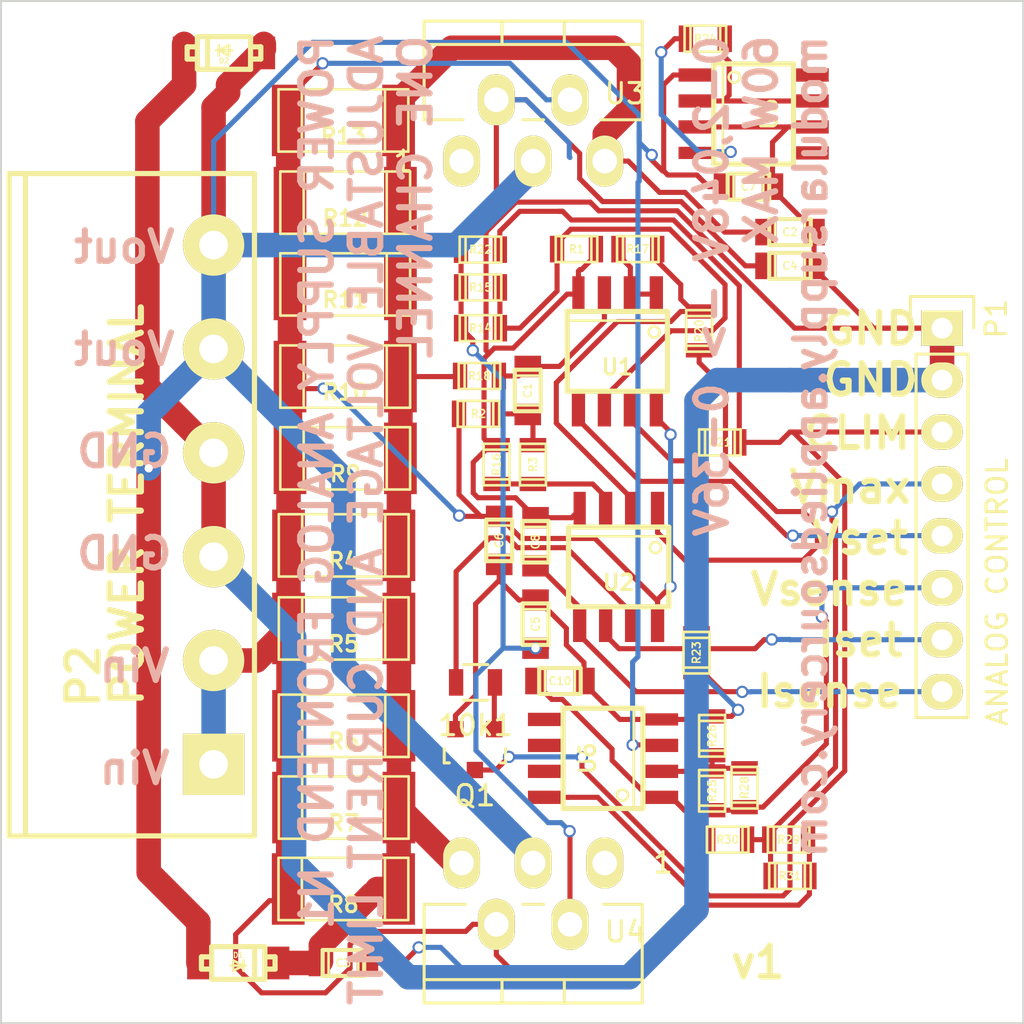
<source format=kicad_pcb>
(kicad_pcb (version 4) (host pcbnew "(2015-09-03 BZR 6154, Git 4636d8d)-product")

  (general
    (links 111)
    (no_connects 7)
    (area 12.641019 13.919999 63.0716 64.020001)
    (thickness 1.6)
    (drawings 21)
    (tracks 491)
    (zones 0)
    (modules 50)
    (nets 24)
  )

  (page A4)
  (layers
    (0 F.Cu signal)
    (31 B.Cu signal)
    (32 B.Adhes user)
    (33 F.Adhes user)
    (34 B.Paste user)
    (35 F.Paste user)
    (36 B.SilkS user hide)
    (37 F.SilkS user)
    (38 B.Mask user)
    (39 F.Mask user)
    (40 Dwgs.User user)
    (41 Cmts.User user)
    (42 Eco1.User user)
    (43 Eco2.User user)
    (44 Edge.Cuts user)
    (45 Margin user)
    (46 B.CrtYd user)
    (47 F.CrtYd user)
    (48 B.Fab user)
    (49 F.Fab user)
  )

  (setup
    (last_trace_width 0.25)
    (user_trace_width 0.25)
    (user_trace_width 1.2)
    (trace_clearance 0.2)
    (zone_clearance 0.508)
    (zone_45_only no)
    (trace_min 0.2)
    (segment_width 0.2)
    (edge_width 0.1)
    (via_size 0.6)
    (via_drill 0.4)
    (via_min_size 0.4)
    (via_min_drill 0.3)
    (uvia_size 0.3)
    (uvia_drill 0.1)
    (uvias_allowed no)
    (uvia_min_size 0.2)
    (uvia_min_drill 0.1)
    (pcb_text_width 0.3)
    (pcb_text_size 1.5 1.5)
    (mod_edge_width 0.15)
    (mod_text_size 1 1)
    (mod_text_width 0.15)
    (pad_size 1.5 1.5)
    (pad_drill 0.6)
    (pad_to_mask_clearance 0)
    (aux_axis_origin 0 0)
    (visible_elements FFFFFFFF)
    (pcbplotparams
      (layerselection 0x010f0_80000001)
      (usegerberextensions true)
      (excludeedgelayer true)
      (linewidth 0.100000)
      (plotframeref false)
      (viasonmask false)
      (mode 1)
      (useauxorigin false)
      (hpglpennumber 1)
      (hpglpenspeed 20)
      (hpglpendiameter 15)
      (hpglpenoverlay 2)
      (psnegative false)
      (psa4output false)
      (plotreference true)
      (plotvalue true)
      (plotinvisibletext false)
      (padsonsilk true)
      (subtractmaskfromsilk false)
      (outputformat 1)
      (mirror false)
      (drillshape 0)
      (scaleselection 1)
      (outputdirectory /home/lq/projects/powersupply_schematics/plot))
  )

  (net 0 "")
  (net 1 /Isense-)
  (net 2 /Isense+)
  (net 3 GND)
  (net 4 "Net-(C2-Pad1)")
  (net 5 "Net-(C4-Pad1)")
  (net 6 /Vout)
  (net 7 /Isense)
  (net 8 /Vsense)
  (net 9 /CLAMP)
  (net 10 /Vmax)
  (net 11 /Vset)
  (net 12 /Iset)
  (net 13 "Net-(R1-Pad1)")
  (net 14 "Net-(R16-Pad2)")
  (net 15 "Net-(R17-Pad2)")
  (net 16 "Net-(R17-Pad1)")
  (net 17 "Net-(R20-Pad1)")
  (net 18 "Net-(R21-Pad2)")
  (net 19 "Net-(R24-Pad2)")
  (net 20 "Net-(R25-Pad2)")
  (net 21 "Net-(10k1-Pad1)")
  (net 22 "Net-(10k1-Pad2)")
  (net 23 +36V)

  (net_class Default "This is the default net class."
    (clearance 0.2)
    (trace_width 0.25)
    (via_dia 0.6)
    (via_drill 0.4)
    (uvia_dia 0.3)
    (uvia_drill 0.1)
    (add_net +36V)
    (add_net /CLAMP)
    (add_net /Isense)
    (add_net /Isense+)
    (add_net /Isense-)
    (add_net /Iset)
    (add_net /Vmax)
    (add_net /Vsense)
    (add_net /Vset)
    (add_net GND)
    (add_net "Net-(10k1-Pad1)")
    (add_net "Net-(10k1-Pad2)")
    (add_net "Net-(C2-Pad1)")
    (add_net "Net-(C4-Pad1)")
    (add_net "Net-(R1-Pad1)")
    (add_net "Net-(R16-Pad2)")
    (add_net "Net-(R17-Pad1)")
    (add_net "Net-(R17-Pad2)")
    (add_net "Net-(R20-Pad1)")
    (add_net "Net-(R21-Pad2)")
    (add_net "Net-(R24-Pad2)")
    (add_net "Net-(R25-Pad2)")
  )

  (net_class power ""
    (clearance 0.6)
    (trace_width 1.2)
    (via_dia 0.6)
    (via_drill 0.4)
    (uvia_dia 0.3)
    (uvia_drill 0.1)
    (add_net /Vout)
  )

  (net_class signal ""
    (clearance 0.2)
    (trace_width 0.25)
    (via_dia 0.6)
    (via_drill 0.4)
    (uvia_dia 0.3)
    (uvia_drill 0.1)
  )

  (module w_conn_screw:mstba_2,5%2f6-g-5,08 (layer F.Cu) (tedit 5585FD5E) (tstamp 55858222)
    (at 23.368 38.608 90)
    (descr "Terminal block 2 pins, Phoenix MSTBA 2,5/6-G-5,08")
    (path /5585B071)
    (fp_text reference P2 (at -8.392 -6.368 90) (layer F.SilkS)
      (effects (font (thickness 0.3048)))
    )
    (fp_text value "POWER TERMINAL" (at 0 -4.24942 90) (layer F.SilkS)
      (effects (font (thickness 0.3048)))
    )
    (fp_line (start -16.20012 1.99898) (end -16.20012 -9.99998) (layer F.SilkS) (width 0.254))
    (fp_line (start 16.20012 -9.99998) (end 16.20012 1.99898) (layer F.SilkS) (width 0.254))
    (fp_line (start -16.20012 -9.99998) (end 16.20012 -9.99998) (layer F.SilkS) (width 0.254))
    (fp_line (start 16.20012 -9.19988) (end -16.20012 -9.19988) (layer F.SilkS) (width 0.254))
    (fp_line (start -16.20012 1.99898) (end 16.20012 1.99898) (layer F.SilkS) (width 0.254))
    (fp_line (start 16.20012 1.99898) (end 16.10106 1.99898) (layer F.SilkS) (width 0.254))
    (pad 1 thru_hole rect (at -12.7 0 90) (size 2.99974 2.99974) (drill 1.39954) (layers *.Cu *.Mask F.SilkS)
      (net 23 +36V))
    (pad 2 thru_hole circle (at -7.62 0 90) (size 2.99974 2.99974) (drill 1.39954) (layers *.Cu *.Mask F.SilkS)
      (net 23 +36V))
    (pad 4 thru_hole circle (at 2.54 0 90) (size 2.99974 2.99974) (drill 1.39954) (layers *.Cu *.Mask F.SilkS)
      (net 3 GND))
    (pad 3 thru_hole circle (at -2.54 0 90) (size 2.99974 2.99974) (drill 1.39954) (layers *.Cu *.Mask F.SilkS)
      (net 3 GND))
    (pad 5 thru_hole circle (at 7.62 0 90) (size 2.99974 2.99974) (drill 1.39954) (layers *.Cu *.Mask F.SilkS)
      (net 6 /Vout))
    (pad 6 thru_hole circle (at 12.7 0 90) (size 2.99974 2.99974) (drill 1.39954) (layers *.Cu *.Mask F.SilkS)
      (net 6 /Vout))
    (model walter/conn_screw/mstba_2,5-6-g-5,08.wrl
      (at (xyz 0 0 0))
      (scale (xyz 1 1 1))
      (rotate (xyz 0 0 0))
    )
  )

  (module Pentawatts:Pentawatt_Neutral_Staggered_Verical_TO220-5-T05D (layer F.Cu) (tedit 0) (tstamp 5585663F)
    (at 39 18)
    (descr "Pentawatt, Neutral, Staggered, Verical, TO220-5, T05D,")
    (tags "Pentawatt, Neutral, Staggered, Verical, TO220-5, T05D,")
    (path /5579F601)
    (fp_text reference U3 (at 4.5 0.5) (layer F.SilkS)
      (effects (font (size 1 1) (thickness 0.15)))
    )
    (fp_text value LT3080 (at 2.5 -1) (layer F.Fab)
      (effects (font (size 1 1) (thickness 0.15)))
    )
    (fp_text user 1 (at -6.35 3.81) (layer F.SilkS)
      (effects (font (size 1 1) (thickness 0.15)))
    )
    (fp_line (start 3.302 1.778) (end 5.334 1.778) (layer F.SilkS) (width 0.15))
    (fp_line (start -0.508 1.778) (end 0.508 1.778) (layer F.SilkS) (width 0.15))
    (fp_line (start -5.334 1.778) (end -3.429 1.778) (layer F.SilkS) (width 0.15))
    (fp_line (start -1.524 -3.048) (end -1.524 -1.905) (layer F.SilkS) (width 0.15))
    (fp_line (start 1.524 -3.048) (end 1.524 -1.905) (layer F.SilkS) (width 0.15))
    (fp_line (start 5.334 -1.905) (end 5.334 1.778) (layer F.SilkS) (width 0.15))
    (fp_line (start -5.334 1.778) (end -5.334 -1.905) (layer F.SilkS) (width 0.15))
    (fp_line (start 5.334 -3.048) (end 5.334 -1.905) (layer F.SilkS) (width 0.15))
    (fp_line (start 5.334 -1.905) (end -5.334 -1.905) (layer F.SilkS) (width 0.15))
    (fp_line (start -5.334 -1.905) (end -5.334 -3.048) (layer F.SilkS) (width 0.15))
    (fp_line (start 0 -3.048) (end -5.334 -3.048) (layer F.SilkS) (width 0.15))
    (fp_line (start 0 -3.048) (end 5.334 -3.048) (layer F.SilkS) (width 0.15))
    (pad 3 thru_hole oval (at 0 3.79984 90) (size 2.49936 1.80086) (drill 1.19888) (layers *.Cu *.Mask F.SilkS)
      (net 6 /Vout))
    (pad 1 thru_hole oval (at -3.50012 3.79984 90) (size 2.49936 1.80086) (drill 1.19888) (layers *.Cu *.Mask F.SilkS))
    (pad 5 thru_hole oval (at 3.50012 3.79984 90) (size 2.49936 1.80086) (drill 1.19888) (layers *.Cu *.Mask F.SilkS)
      (net 4 "Net-(C2-Pad1)"))
    (pad 4 thru_hole oval (at 1.80086 0.8001 90) (size 2.49936 1.80086) (drill 1.19888) (layers *.Cu *.Mask F.SilkS)
      (net 23 +36V))
    (pad 2 thru_hole oval (at -1.80086 0.8001 90) (size 2.49936 1.80086) (drill 1.19888) (layers *.Cu *.Mask F.SilkS)
      (net 5 "Net-(C4-Pad1)"))
    (model Pentawatts.3dshapes/Pentawatt_Neutral_Staggered_Verical_TO220-5-T05D.wrl
      (at (xyz 0 0 0))
      (scale (xyz 0.3937 0.3937 0.3937))
      (rotate (xyz 0 0 0))
    )
  )

  (module ok-smd-generic:D-SOD123 (layer F.Cu) (tedit 4F803261) (tstamp 55856546)
    (at 24.5745 61.0235)
    (descr "Diode SOD-123")
    (path /55872165)
    (fp_text reference D1 (at 0 -0.381) (layer F.SilkS)
      (effects (font (size 0.254 0.254) (thickness 0.0508)))
    )
    (fp_text value DIODESCH (at 0 0.381) (layer F.SilkS) hide
      (effects (font (size 0.254 0.254) (thickness 0.0508)))
    )
    (fp_line (start 0.254 0.381) (end 0.254 -0.127) (layer F.SilkS) (width 0.127))
    (fp_line (start -0.254 -0.127) (end -0.254 0.381) (layer F.SilkS) (width 0.127))
    (fp_line (start -0.254 0.381) (end 0.254 0.127) (layer F.SilkS) (width 0.127))
    (fp_line (start 0.254 0.127) (end -0.254 -0.127) (layer F.SilkS) (width 0.127))
    (fp_line (start -0.381 0.127) (end 0.381 0.127) (layer F.SilkS) (width 0.127))
    (fp_line (start 1.30048 -0.29972) (end 1.80086 -0.29972) (layer F.SilkS) (width 0.254))
    (fp_line (start 1.80086 -0.29972) (end 1.80086 0.29972) (layer F.SilkS) (width 0.254))
    (fp_line (start 1.80086 0.29972) (end 1.30048 0.29972) (layer F.SilkS) (width 0.254))
    (fp_line (start -1.30048 0.29972) (end -1.80086 0.29972) (layer F.SilkS) (width 0.254))
    (fp_line (start -1.80086 0.29972) (end -1.80086 -0.29972) (layer F.SilkS) (width 0.254))
    (fp_line (start -1.80086 -0.29972) (end -1.30048 -0.29972) (layer F.SilkS) (width 0.254))
    (fp_line (start 0.8001 -0.8001) (end 0.8001 0.8001) (layer F.SilkS) (width 0.254))
    (fp_line (start -1.30048 -0.8001) (end 1.30048 -0.8001) (layer F.SilkS) (width 0.254))
    (fp_line (start 1.30048 -0.8001) (end 1.30048 0.8001) (layer F.SilkS) (width 0.254))
    (fp_line (start 1.30048 0.8001) (end -1.30048 0.8001) (layer F.SilkS) (width 0.254))
    (fp_line (start -1.30048 0.8001) (end -1.30048 -0.8001) (layer F.SilkS) (width 0.254))
    (pad 1 smd rect (at -1.95072 0) (size 1.09982 1.6002) (layers F.Cu F.Paste F.Mask)
      (net 4 "Net-(C2-Pad1)"))
    (pad 2 smd rect (at 1.95072 0) (size 1.09982 1.6002) (layers F.Cu F.Paste F.Mask)
      (net 6 /Vout))
  )

  (module ok-smd-generic:D-SOD123 (layer F.Cu) (tedit 4F803261) (tstamp 5585654C)
    (at 23.876 16.51 180)
    (descr "Diode SOD-123")
    (path /558749D9)
    (fp_text reference D2 (at 0 -0.381 180) (layer F.SilkS)
      (effects (font (size 0.254 0.254) (thickness 0.0508)))
    )
    (fp_text value DIODESCH (at 0 0.381 180) (layer F.SilkS) hide
      (effects (font (size 0.254 0.254) (thickness 0.0508)))
    )
    (fp_line (start 0.254 0.381) (end 0.254 -0.127) (layer F.SilkS) (width 0.127))
    (fp_line (start -0.254 -0.127) (end -0.254 0.381) (layer F.SilkS) (width 0.127))
    (fp_line (start -0.254 0.381) (end 0.254 0.127) (layer F.SilkS) (width 0.127))
    (fp_line (start 0.254 0.127) (end -0.254 -0.127) (layer F.SilkS) (width 0.127))
    (fp_line (start -0.381 0.127) (end 0.381 0.127) (layer F.SilkS) (width 0.127))
    (fp_line (start 1.30048 -0.29972) (end 1.80086 -0.29972) (layer F.SilkS) (width 0.254))
    (fp_line (start 1.80086 -0.29972) (end 1.80086 0.29972) (layer F.SilkS) (width 0.254))
    (fp_line (start 1.80086 0.29972) (end 1.30048 0.29972) (layer F.SilkS) (width 0.254))
    (fp_line (start -1.30048 0.29972) (end -1.80086 0.29972) (layer F.SilkS) (width 0.254))
    (fp_line (start -1.80086 0.29972) (end -1.80086 -0.29972) (layer F.SilkS) (width 0.254))
    (fp_line (start -1.80086 -0.29972) (end -1.30048 -0.29972) (layer F.SilkS) (width 0.254))
    (fp_line (start 0.8001 -0.8001) (end 0.8001 0.8001) (layer F.SilkS) (width 0.254))
    (fp_line (start -1.30048 -0.8001) (end 1.30048 -0.8001) (layer F.SilkS) (width 0.254))
    (fp_line (start 1.30048 -0.8001) (end 1.30048 0.8001) (layer F.SilkS) (width 0.254))
    (fp_line (start 1.30048 0.8001) (end -1.30048 0.8001) (layer F.SilkS) (width 0.254))
    (fp_line (start -1.30048 0.8001) (end -1.30048 -0.8001) (layer F.SilkS) (width 0.254))
    (pad 1 smd rect (at -1.95072 0 180) (size 1.09982 1.6002) (layers F.Cu F.Paste F.Mask)
      (net 6 /Vout))
    (pad 2 smd rect (at 1.95072 0 180) (size 1.09982 1.6002) (layers F.Cu F.Paste F.Mask)
      (net 3 GND))
  )

  (module Socket_Strips:Socket_Strip_Straight_1x08 (layer F.Cu) (tedit 5585FD64) (tstamp 55856558)
    (at 59 29.972 270)
    (descr "Through hole socket strip")
    (tags "socket strip")
    (path /557AD03A)
    (fp_text reference P1 (at -0.472 -2.6458 270) (layer F.SilkS)
      (effects (font (size 1 1) (thickness 0.15)))
    )
    (fp_text value "ANALOG CONTROL" (at 12.9032 -2.6966 270) (layer F.SilkS)
      (effects (font (size 1 1) (thickness 0.15)))
    )
    (fp_line (start -1.75 -1.75) (end -1.75 1.75) (layer F.CrtYd) (width 0.05))
    (fp_line (start 19.55 -1.75) (end 19.55 1.75) (layer F.CrtYd) (width 0.05))
    (fp_line (start -1.75 -1.75) (end 19.55 -1.75) (layer F.CrtYd) (width 0.05))
    (fp_line (start -1.75 1.75) (end 19.55 1.75) (layer F.CrtYd) (width 0.05))
    (fp_line (start 1.27 1.27) (end 19.05 1.27) (layer F.SilkS) (width 0.15))
    (fp_line (start 19.05 1.27) (end 19.05 -1.27) (layer F.SilkS) (width 0.15))
    (fp_line (start 19.05 -1.27) (end 1.27 -1.27) (layer F.SilkS) (width 0.15))
    (fp_line (start -1.55 1.55) (end 0 1.55) (layer F.SilkS) (width 0.15))
    (fp_line (start 1.27 1.27) (end 1.27 -1.27) (layer F.SilkS) (width 0.15))
    (fp_line (start 0 -1.55) (end -1.55 -1.55) (layer F.SilkS) (width 0.15))
    (fp_line (start -1.55 -1.55) (end -1.55 1.55) (layer F.SilkS) (width 0.15))
    (pad 1 thru_hole rect (at 0 0 270) (size 1.7272 2.032) (drill 1.016) (layers *.Cu *.Mask F.SilkS)
      (net 3 GND))
    (pad 2 thru_hole oval (at 2.54 0 270) (size 1.7272 2.032) (drill 1.016) (layers *.Cu *.Mask F.SilkS)
      (net 3 GND))
    (pad 3 thru_hole oval (at 5.08 0 270) (size 1.7272 2.032) (drill 1.016) (layers *.Cu *.Mask F.SilkS)
      (net 9 /CLAMP))
    (pad 4 thru_hole oval (at 7.62 0 270) (size 1.7272 2.032) (drill 1.016) (layers *.Cu *.Mask F.SilkS)
      (net 10 /Vmax))
    (pad 5 thru_hole oval (at 10.16 0 270) (size 1.7272 2.032) (drill 1.016) (layers *.Cu *.Mask F.SilkS)
      (net 11 /Vset))
    (pad 6 thru_hole oval (at 12.7 0 270) (size 1.7272 2.032) (drill 1.016) (layers *.Cu *.Mask F.SilkS)
      (net 8 /Vsense))
    (pad 7 thru_hole oval (at 15.24 0 270) (size 1.7272 2.032) (drill 1.016) (layers *.Cu *.Mask F.SilkS)
      (net 12 /Iset))
    (pad 8 thru_hole oval (at 17.78 0 270) (size 1.7272 2.032) (drill 1.016) (layers *.Cu *.Mask F.SilkS)
      (net 7 /Isense))
    (model Socket_Strips.3dshapes/Socket_Strip_Straight_1x08.wrl
      (at (xyz 0.35 0 0))
      (scale (xyz 1 1 1))
      (rotate (xyz 0 0 180))
    )
  )

  (module ok-ic-smd:SOIC8N (layer F.Cu) (tedit 4F805A10) (tstamp 5585662A)
    (at 43.119 31.106 180)
    (descr "SOIC 8 pin narrow package")
    (path /5579D048)
    (fp_text reference U1 (at 0 -0.762 180) (layer F.SilkS)
      (effects (font (size 0.762 0.762) (thickness 0.1524)))
    )
    (fp_text value LM358 (at 0 0.762 180) (layer F.SilkS) hide
      (effects (font (size 0.762 0.762) (thickness 0.1524)))
    )
    (fp_circle (center -1.80086 0.94996) (end -1.5494 1.04902) (layer F.SilkS) (width 0.127))
    (fp_line (start -2.4511 1.50114) (end 2.4511 1.50114) (layer F.SilkS) (width 0.127))
    (fp_line (start -2.4511 -1.95072) (end 2.4511 -1.95072) (layer F.SilkS) (width 0.254))
    (fp_line (start 2.4511 -1.95072) (end 2.4511 1.95072) (layer F.SilkS) (width 0.254))
    (fp_line (start 2.4511 1.95072) (end -2.4511 1.95072) (layer F.SilkS) (width 0.254))
    (fp_line (start -2.4511 1.95072) (end -2.4511 -1.95072) (layer F.SilkS) (width 0.254))
    (pad 1 smd rect (at -1.905 2.79908 180) (size 0.65024 1.75006) (layers F.Cu F.Paste F.Mask)
      (net 15 "Net-(R17-Pad2)"))
    (pad 2 smd rect (at -0.635 2.79908 180) (size 0.65024 1.75006) (layers F.Cu F.Paste F.Mask)
      (net 15 "Net-(R17-Pad2)"))
    (pad 3 smd rect (at 0.635 2.79908 180) (size 0.65024 1.75006) (layers F.Cu F.Paste F.Mask)
      (net 2 /Isense+))
    (pad 4 smd rect (at 1.905 2.79908 180) (size 0.59944 1.75006) (layers F.Cu F.Paste F.Mask)
      (net 3 GND))
    (pad 5 smd rect (at 1.905 -2.79908 180) (size 0.65024 1.75006) (layers F.Cu F.Paste F.Mask)
      (net 11 /Vset))
    (pad 6 smd rect (at 0.635 -2.79908 180) (size 0.65024 1.75006) (layers F.Cu F.Paste F.Mask)
      (net 13 "Net-(R1-Pad1)"))
    (pad 7 smd rect (at -0.635 -2.79908 180) (size 0.65024 1.75006) (layers F.Cu F.Paste F.Mask)
      (net 18 "Net-(R21-Pad2)"))
    (pad 8 smd rect (at -1.905 -2.79908 180) (size 0.65024 1.75006) (layers F.Cu F.Paste F.Mask)
      (net 23 +36V))
  )

  (module ok-ic-smd:SOIC8N (layer F.Cu) (tedit 4F805A10) (tstamp 55856636)
    (at 43.18 41.65092 180)
    (descr "SOIC 8 pin narrow package")
    (path /5579D0D6)
    (fp_text reference U2 (at 0 -0.762 180) (layer F.SilkS)
      (effects (font (size 0.762 0.762) (thickness 0.1524)))
    )
    (fp_text value LM358 (at 0 0.762 180) (layer F.SilkS) hide
      (effects (font (size 0.762 0.762) (thickness 0.1524)))
    )
    (fp_circle (center -1.80086 0.94996) (end -1.5494 1.04902) (layer F.SilkS) (width 0.127))
    (fp_line (start -2.4511 1.50114) (end 2.4511 1.50114) (layer F.SilkS) (width 0.127))
    (fp_line (start -2.4511 -1.95072) (end 2.4511 -1.95072) (layer F.SilkS) (width 0.254))
    (fp_line (start 2.4511 -1.95072) (end 2.4511 1.95072) (layer F.SilkS) (width 0.254))
    (fp_line (start 2.4511 1.95072) (end -2.4511 1.95072) (layer F.SilkS) (width 0.254))
    (fp_line (start -2.4511 1.95072) (end -2.4511 -1.95072) (layer F.SilkS) (width 0.254))
    (pad 1 smd rect (at -1.905 2.79908 180) (size 0.65024 1.75006) (layers F.Cu F.Paste F.Mask)
      (net 17 "Net-(R20-Pad1)"))
    (pad 2 smd rect (at -0.635 2.79908 180) (size 0.65024 1.75006) (layers F.Cu F.Paste F.Mask)
      (net 16 "Net-(R17-Pad1)"))
    (pad 3 smd rect (at 0.635 2.79908 180) (size 0.65024 1.75006) (layers F.Cu F.Paste F.Mask)
      (net 14 "Net-(R16-Pad2)"))
    (pad 4 smd rect (at 1.905 2.79908 180) (size 0.59944 1.75006) (layers F.Cu F.Paste F.Mask)
      (net 3 GND))
    (pad 5 smd rect (at 1.905 -2.79908 180) (size 0.65024 1.75006) (layers F.Cu F.Paste F.Mask)
      (net 7 /Isense))
    (pad 6 smd rect (at 0.635 -2.79908 180) (size 0.65024 1.75006) (layers F.Cu F.Paste F.Mask)
      (net 12 /Iset))
    (pad 7 smd rect (at -0.635 -2.79908 180) (size 0.65024 1.75006) (layers F.Cu F.Paste F.Mask)
      (net 22 "Net-(10k1-Pad2)"))
    (pad 8 smd rect (at -1.905 -2.79908 180) (size 0.65024 1.75006) (layers F.Cu F.Paste F.Mask)
      (net 23 +36V))
  )

  (module Pentawatts:Pentawatt_Neutral_Staggered_Verical_TO220-5-T05D (layer F.Cu) (tedit 0) (tstamp 55856648)
    (at 39 59.93384 180)
    (descr "Pentawatt, Neutral, Staggered, Verical, TO220-5, T05D,")
    (tags "Pentawatt, Neutral, Staggered, Verical, TO220-5, T05D,")
    (path /558518C2)
    (fp_text reference U4 (at -4.5 0.43384 180) (layer F.SilkS)
      (effects (font (size 1 1) (thickness 0.15)))
    )
    (fp_text value LT3080 (at -3 -1.56616 180) (layer F.Fab)
      (effects (font (size 1 1) (thickness 0.15)))
    )
    (fp_text user 1 (at -6.35 3.81 180) (layer F.SilkS)
      (effects (font (size 1 1) (thickness 0.15)))
    )
    (fp_line (start 3.302 1.778) (end 5.334 1.778) (layer F.SilkS) (width 0.15))
    (fp_line (start -0.508 1.778) (end 0.508 1.778) (layer F.SilkS) (width 0.15))
    (fp_line (start -5.334 1.778) (end -3.429 1.778) (layer F.SilkS) (width 0.15))
    (fp_line (start -1.524 -3.048) (end -1.524 -1.905) (layer F.SilkS) (width 0.15))
    (fp_line (start 1.524 -3.048) (end 1.524 -1.905) (layer F.SilkS) (width 0.15))
    (fp_line (start 5.334 -1.905) (end 5.334 1.778) (layer F.SilkS) (width 0.15))
    (fp_line (start -5.334 1.778) (end -5.334 -1.905) (layer F.SilkS) (width 0.15))
    (fp_line (start 5.334 -3.048) (end 5.334 -1.905) (layer F.SilkS) (width 0.15))
    (fp_line (start 5.334 -1.905) (end -5.334 -1.905) (layer F.SilkS) (width 0.15))
    (fp_line (start -5.334 -1.905) (end -5.334 -3.048) (layer F.SilkS) (width 0.15))
    (fp_line (start 0 -3.048) (end -5.334 -3.048) (layer F.SilkS) (width 0.15))
    (fp_line (start 0 -3.048) (end 5.334 -3.048) (layer F.SilkS) (width 0.15))
    (pad 3 thru_hole oval (at 0 3.79984 270) (size 2.49936 1.80086) (drill 1.19888) (layers *.Cu *.Mask F.SilkS)
      (net 6 /Vout))
    (pad 1 thru_hole oval (at -3.50012 3.79984 270) (size 2.49936 1.80086) (drill 1.19888) (layers *.Cu *.Mask F.SilkS))
    (pad 5 thru_hole oval (at 3.50012 3.79984 270) (size 2.49936 1.80086) (drill 1.19888) (layers *.Cu *.Mask F.SilkS)
      (net 4 "Net-(C2-Pad1)"))
    (pad 4 thru_hole oval (at 1.80086 0.8001 270) (size 2.49936 1.80086) (drill 1.19888) (layers *.Cu *.Mask F.SilkS)
      (net 23 +36V))
    (pad 2 thru_hole oval (at -1.80086 0.8001 270) (size 2.49936 1.80086) (drill 1.19888) (layers *.Cu *.Mask F.SilkS)
      (net 5 "Net-(C4-Pad1)"))
    (model Pentawatts.3dshapes/Pentawatt_Neutral_Staggered_Verical_TO220-5-T05D.wrl
      (at (xyz 0 0 0))
      (scale (xyz 0.3937 0.3937 0.3937))
      (rotate (xyz 0 0 0))
    )
  )

  (module ok-ic-smd:SOIC8N (layer F.Cu) (tedit 4F805A10) (tstamp 55856654)
    (at 49.784 19.4945 270)
    (descr "SOIC 8 pin narrow package")
    (path /557A0BE5)
    (fp_text reference U5 (at 0 -0.762 270) (layer F.SilkS)
      (effects (font (size 0.762 0.762) (thickness 0.1524)))
    )
    (fp_text value LM334Z (at 0 0.762 270) (layer F.SilkS) hide
      (effects (font (size 0.762 0.762) (thickness 0.1524)))
    )
    (fp_circle (center -1.80086 0.94996) (end -1.5494 1.04902) (layer F.SilkS) (width 0.127))
    (fp_line (start -2.4511 1.50114) (end 2.4511 1.50114) (layer F.SilkS) (width 0.127))
    (fp_line (start -2.4511 -1.95072) (end 2.4511 -1.95072) (layer F.SilkS) (width 0.254))
    (fp_line (start 2.4511 -1.95072) (end 2.4511 1.95072) (layer F.SilkS) (width 0.254))
    (fp_line (start 2.4511 1.95072) (end -2.4511 1.95072) (layer F.SilkS) (width 0.254))
    (fp_line (start -2.4511 1.95072) (end -2.4511 -1.95072) (layer F.SilkS) (width 0.254))
    (pad 1 smd rect (at -1.905 2.79908 270) (size 0.65024 1.75006) (layers F.Cu F.Paste F.Mask)
      (net 6 /Vout))
    (pad 2 smd rect (at -0.635 2.79908 270) (size 0.65024 1.75006) (layers F.Cu F.Paste F.Mask)
      (net 3 GND))
    (pad 3 smd rect (at 0.635 2.79908 270) (size 0.65024 1.75006) (layers F.Cu F.Paste F.Mask)
      (net 3 GND))
    (pad 4 smd rect (at 1.905 2.79908 270) (size 0.59944 1.75006) (layers F.Cu F.Paste F.Mask)
      (net 19 "Net-(R24-Pad2)"))
    (pad 5 smd rect (at 1.905 -2.79908 270) (size 0.65024 1.75006) (layers F.Cu F.Paste F.Mask))
    (pad 6 smd rect (at 0.635 -2.79908 270) (size 0.65024 1.75006) (layers F.Cu F.Paste F.Mask)
      (net 3 GND))
    (pad 7 smd rect (at -0.635 -2.79908 270) (size 0.65024 1.75006) (layers F.Cu F.Paste F.Mask)
      (net 3 GND))
    (pad 8 smd rect (at -1.905 -2.79908 270) (size 0.65024 1.75006) (layers F.Cu F.Paste F.Mask))
  )

  (module ok-ic-smd:SOIC8N (layer F.Cu) (tedit 4F805A10) (tstamp 55856660)
    (at 42.418 51.0159 90)
    (descr "SOIC 8 pin narrow package")
    (path /5586172A)
    (fp_text reference U6 (at 0 -0.762 90) (layer F.SilkS)
      (effects (font (size 0.762 0.762) (thickness 0.1524)))
    )
    (fp_text value LM358 (at 0 0.762 90) (layer F.SilkS) hide
      (effects (font (size 0.762 0.762) (thickness 0.1524)))
    )
    (fp_circle (center -1.80086 0.94996) (end -1.5494 1.04902) (layer F.SilkS) (width 0.127))
    (fp_line (start -2.4511 1.50114) (end 2.4511 1.50114) (layer F.SilkS) (width 0.127))
    (fp_line (start -2.4511 -1.95072) (end 2.4511 -1.95072) (layer F.SilkS) (width 0.254))
    (fp_line (start 2.4511 -1.95072) (end 2.4511 1.95072) (layer F.SilkS) (width 0.254))
    (fp_line (start 2.4511 1.95072) (end -2.4511 1.95072) (layer F.SilkS) (width 0.254))
    (fp_line (start -2.4511 1.95072) (end -2.4511 -1.95072) (layer F.SilkS) (width 0.254))
    (pad 1 smd rect (at -1.905 2.79908 90) (size 0.65024 1.75006) (layers F.Cu F.Paste F.Mask)
      (net 8 /Vsense))
    (pad 2 smd rect (at -0.635 2.79908 90) (size 0.65024 1.75006) (layers F.Cu F.Paste F.Mask)
      (net 20 "Net-(R25-Pad2)"))
    (pad 3 smd rect (at 0.635 2.79908 90) (size 0.65024 1.75006) (layers F.Cu F.Paste F.Mask)
      (net 6 /Vout))
    (pad 4 smd rect (at 1.905 2.79908 90) (size 0.59944 1.75006) (layers F.Cu F.Paste F.Mask)
      (net 3 GND))
    (pad 5 smd rect (at 1.905 -2.79908 90) (size 0.65024 1.75006) (layers F.Cu F.Paste F.Mask))
    (pad 6 smd rect (at 0.635 -2.79908 90) (size 0.65024 1.75006) (layers F.Cu F.Paste F.Mask))
    (pad 7 smd rect (at -0.635 -2.79908 90) (size 0.65024 1.75006) (layers F.Cu F.Paste F.Mask))
    (pad 8 smd rect (at -1.905 -2.79908 90) (size 0.65024 1.75006) (layers F.Cu F.Paste F.Mask)
      (net 23 +36V))
  )

  (module ok-smd-generic:0805 (layer F.Cu) (tedit 4F800B87) (tstamp 55856F1A)
    (at 38.735 33.02 270)
    (descr 0805)
    (path /558741BE)
    (fp_text reference C1 (at 0 0 270) (layer F.SilkS)
      (effects (font (size 0.381 0.381) (thickness 0.0762)))
    )
    (fp_text value 100n (at 0 0 270) (layer F.SilkS) hide
      (effects (font (size 0.381 0.381) (thickness 0.0762)))
    )
    (fp_line (start 0.72644 -0.59944) (end 0.72644 0.59944) (layer F.SilkS) (width 0.127))
    (fp_line (start -0.72644 -0.59944) (end -0.72644 0.59944) (layer F.SilkS) (width 0.127))
    (fp_line (start -1.016 -0.635) (end 1.016 -0.635) (layer F.SilkS) (width 0.20066))
    (fp_line (start 1.016 -0.635) (end 1.016 0.635) (layer F.SilkS) (width 0.20066))
    (fp_line (start 1.016 0.635) (end -1.016 0.635) (layer F.SilkS) (width 0.20066))
    (fp_line (start -1.016 0.635) (end -1.016 -0.635) (layer F.SilkS) (width 0.20066))
    (pad 1 smd rect (at -1.17602 0 270) (size 1.04902 1.30048) (layers F.Cu F.Paste F.Mask)
      (net 2 /Isense+))
    (pad 2 smd rect (at 1.17602 0 270) (size 1.04902 1.30048) (layers F.Cu F.Paste F.Mask)
      (net 1 /Isense-))
  )

  (module ok-smd-generic:0805 (layer F.Cu) (tedit 4F800B87) (tstamp 55856F1F)
    (at 51.562 25.273)
    (descr 0805)
    (path /55854220)
    (fp_text reference C2 (at 0 0) (layer F.SilkS)
      (effects (font (size 0.381 0.381) (thickness 0.0762)))
    )
    (fp_text value 2u2 (at 0 0) (layer F.SilkS) hide
      (effects (font (size 0.381 0.381) (thickness 0.0762)))
    )
    (fp_line (start 0.72644 -0.59944) (end 0.72644 0.59944) (layer F.SilkS) (width 0.127))
    (fp_line (start -0.72644 -0.59944) (end -0.72644 0.59944) (layer F.SilkS) (width 0.127))
    (fp_line (start -1.016 -0.635) (end 1.016 -0.635) (layer F.SilkS) (width 0.20066))
    (fp_line (start 1.016 -0.635) (end 1.016 0.635) (layer F.SilkS) (width 0.20066))
    (fp_line (start 1.016 0.635) (end -1.016 0.635) (layer F.SilkS) (width 0.20066))
    (fp_line (start -1.016 0.635) (end -1.016 -0.635) (layer F.SilkS) (width 0.20066))
    (pad 1 smd rect (at -1.17602 0) (size 1.04902 1.30048) (layers F.Cu F.Paste F.Mask)
      (net 4 "Net-(C2-Pad1)"))
    (pad 2 smd rect (at 1.17602 0) (size 1.04902 1.30048) (layers F.Cu F.Paste F.Mask)
      (net 3 GND))
  )

  (module ok-smd-generic:0805 (layer F.Cu) (tedit 4F800B87) (tstamp 55856F24)
    (at 29.718 61.0235)
    (descr 0805)
    (path /55857136)
    (fp_text reference C3 (at 0 0) (layer F.SilkS)
      (effects (font (size 0.381 0.381) (thickness 0.0762)))
    )
    (fp_text value 2u2 (at 0 0) (layer F.SilkS) hide
      (effects (font (size 0.381 0.381) (thickness 0.0762)))
    )
    (fp_line (start 0.72644 -0.59944) (end 0.72644 0.59944) (layer F.SilkS) (width 0.127))
    (fp_line (start -0.72644 -0.59944) (end -0.72644 0.59944) (layer F.SilkS) (width 0.127))
    (fp_line (start -1.016 -0.635) (end 1.016 -0.635) (layer F.SilkS) (width 0.20066))
    (fp_line (start 1.016 -0.635) (end 1.016 0.635) (layer F.SilkS) (width 0.20066))
    (fp_line (start 1.016 0.635) (end -1.016 0.635) (layer F.SilkS) (width 0.20066))
    (fp_line (start -1.016 0.635) (end -1.016 -0.635) (layer F.SilkS) (width 0.20066))
    (pad 1 smd rect (at -1.17602 0) (size 1.04902 1.30048) (layers F.Cu F.Paste F.Mask)
      (net 4 "Net-(C2-Pad1)"))
    (pad 2 smd rect (at 1.17602 0) (size 1.04902 1.30048) (layers F.Cu F.Paste F.Mask)
      (net 3 GND))
  )

  (module ok-smd-generic:0805 (layer F.Cu) (tedit 4F800B87) (tstamp 55856F29)
    (at 51.562 26.924)
    (descr 0805)
    (path /557A21DA)
    (fp_text reference C4 (at 0 0) (layer F.SilkS)
      (effects (font (size 0.381 0.381) (thickness 0.0762)))
    )
    (fp_text value 22u (at 0 0) (layer F.SilkS) hide
      (effects (font (size 0.381 0.381) (thickness 0.0762)))
    )
    (fp_line (start 0.72644 -0.59944) (end 0.72644 0.59944) (layer F.SilkS) (width 0.127))
    (fp_line (start -0.72644 -0.59944) (end -0.72644 0.59944) (layer F.SilkS) (width 0.127))
    (fp_line (start -1.016 -0.635) (end 1.016 -0.635) (layer F.SilkS) (width 0.20066))
    (fp_line (start 1.016 -0.635) (end 1.016 0.635) (layer F.SilkS) (width 0.20066))
    (fp_line (start 1.016 0.635) (end -1.016 0.635) (layer F.SilkS) (width 0.20066))
    (fp_line (start -1.016 0.635) (end -1.016 -0.635) (layer F.SilkS) (width 0.20066))
    (pad 1 smd rect (at -1.17602 0) (size 1.04902 1.30048) (layers F.Cu F.Paste F.Mask)
      (net 5 "Net-(C4-Pad1)"))
    (pad 2 smd rect (at 1.17602 0) (size 1.04902 1.30048) (layers F.Cu F.Paste F.Mask)
      (net 3 GND))
  )

  (module ok-smd-generic:0805 (layer F.Cu) (tedit 4F800B87) (tstamp 55856F2E)
    (at 39.116 44.45 90)
    (descr 0805)
    (path /55857130)
    (fp_text reference C5 (at 0 0 90) (layer F.SilkS)
      (effects (font (size 0.381 0.381) (thickness 0.0762)))
    )
    (fp_text value 22u (at 0 0 90) (layer F.SilkS) hide
      (effects (font (size 0.381 0.381) (thickness 0.0762)))
    )
    (fp_line (start 0.72644 -0.59944) (end 0.72644 0.59944) (layer F.SilkS) (width 0.127))
    (fp_line (start -0.72644 -0.59944) (end -0.72644 0.59944) (layer F.SilkS) (width 0.127))
    (fp_line (start -1.016 -0.635) (end 1.016 -0.635) (layer F.SilkS) (width 0.20066))
    (fp_line (start 1.016 -0.635) (end 1.016 0.635) (layer F.SilkS) (width 0.20066))
    (fp_line (start 1.016 0.635) (end -1.016 0.635) (layer F.SilkS) (width 0.20066))
    (fp_line (start -1.016 0.635) (end -1.016 -0.635) (layer F.SilkS) (width 0.20066))
    (pad 1 smd rect (at -1.17602 0 90) (size 1.04902 1.30048) (layers F.Cu F.Paste F.Mask)
      (net 5 "Net-(C4-Pad1)"))
    (pad 2 smd rect (at 1.17602 0 90) (size 1.04902 1.30048) (layers F.Cu F.Paste F.Mask)
      (net 3 GND))
  )

  (module ok-smd-generic:0805 (layer F.Cu) (tedit 4F800B87) (tstamp 55856F33)
    (at 37.338 40.35298 270)
    (descr 0805)
    (path /5579DB19)
    (fp_text reference C6 (at 0 0 270) (layer F.SilkS)
      (effects (font (size 0.381 0.381) (thickness 0.0762)))
    )
    (fp_text value 100n (at 0 0 270) (layer F.SilkS) hide
      (effects (font (size 0.381 0.381) (thickness 0.0762)))
    )
    (fp_line (start 0.72644 -0.59944) (end 0.72644 0.59944) (layer F.SilkS) (width 0.127))
    (fp_line (start -0.72644 -0.59944) (end -0.72644 0.59944) (layer F.SilkS) (width 0.127))
    (fp_line (start -1.016 -0.635) (end 1.016 -0.635) (layer F.SilkS) (width 0.20066))
    (fp_line (start 1.016 -0.635) (end 1.016 0.635) (layer F.SilkS) (width 0.20066))
    (fp_line (start 1.016 0.635) (end -1.016 0.635) (layer F.SilkS) (width 0.20066))
    (fp_line (start -1.016 0.635) (end -1.016 -0.635) (layer F.SilkS) (width 0.20066))
    (pad 1 smd rect (at -1.17602 0 270) (size 1.04902 1.30048) (layers F.Cu F.Paste F.Mask)
      (net 23 +36V))
    (pad 2 smd rect (at 1.17602 0 270) (size 1.04902 1.30048) (layers F.Cu F.Paste F.Mask)
      (net 3 GND))
  )

  (module ok-smd-generic:0805 (layer F.Cu) (tedit 4F800B87) (tstamp 55856F38)
    (at 49.53 23.0505)
    (descr 0805)
    (path /557A06A8)
    (fp_text reference C7 (at 0 0) (layer F.SilkS)
      (effects (font (size 0.381 0.381) (thickness 0.0762)))
    )
    (fp_text value 2u2 (at 0 0) (layer F.SilkS) hide
      (effects (font (size 0.381 0.381) (thickness 0.0762)))
    )
    (fp_line (start 0.72644 -0.59944) (end 0.72644 0.59944) (layer F.SilkS) (width 0.127))
    (fp_line (start -0.72644 -0.59944) (end -0.72644 0.59944) (layer F.SilkS) (width 0.127))
    (fp_line (start -1.016 -0.635) (end 1.016 -0.635) (layer F.SilkS) (width 0.20066))
    (fp_line (start 1.016 -0.635) (end 1.016 0.635) (layer F.SilkS) (width 0.20066))
    (fp_line (start 1.016 0.635) (end -1.016 0.635) (layer F.SilkS) (width 0.20066))
    (fp_line (start -1.016 0.635) (end -1.016 -0.635) (layer F.SilkS) (width 0.20066))
    (pad 1 smd rect (at -1.17602 0) (size 1.04902 1.30048) (layers F.Cu F.Paste F.Mask)
      (net 6 /Vout))
    (pad 2 smd rect (at 1.17602 0) (size 1.04902 1.30048) (layers F.Cu F.Paste F.Mask)
      (net 3 GND))
  )

  (module ok-smd-generic:0805 (layer F.Cu) (tedit 4F800B87) (tstamp 55856F3D)
    (at 39.116 40.41902 90)
    (descr 0805)
    (path /557AA058)
    (fp_text reference C8 (at 0 0 90) (layer F.SilkS)
      (effects (font (size 0.381 0.381) (thickness 0.0762)))
    )
    (fp_text value 0u1 (at 0 0 90) (layer F.SilkS) hide
      (effects (font (size 0.381 0.381) (thickness 0.0762)))
    )
    (fp_line (start 0.72644 -0.59944) (end 0.72644 0.59944) (layer F.SilkS) (width 0.127))
    (fp_line (start -0.72644 -0.59944) (end -0.72644 0.59944) (layer F.SilkS) (width 0.127))
    (fp_line (start -1.016 -0.635) (end 1.016 -0.635) (layer F.SilkS) (width 0.20066))
    (fp_line (start 1.016 -0.635) (end 1.016 0.635) (layer F.SilkS) (width 0.20066))
    (fp_line (start 1.016 0.635) (end -1.016 0.635) (layer F.SilkS) (width 0.20066))
    (fp_line (start -1.016 0.635) (end -1.016 -0.635) (layer F.SilkS) (width 0.20066))
    (pad 1 smd rect (at -1.17602 0 90) (size 1.04902 1.30048) (layers F.Cu F.Paste F.Mask)
      (net 7 /Isense))
    (pad 2 smd rect (at 1.17602 0 90) (size 1.04902 1.30048) (layers F.Cu F.Paste F.Mask)
      (net 3 GND))
  )

  (module ok-smd-generic:0805 (layer F.Cu) (tedit 4F800B87) (tstamp 55856F47)
    (at 40.3098 47.2313)
    (descr 0805)
    (path /55866290)
    (fp_text reference C10 (at 0 0) (layer F.SilkS)
      (effects (font (size 0.381 0.381) (thickness 0.0762)))
    )
    (fp_text value 100n (at 0 0) (layer F.SilkS) hide
      (effects (font (size 0.381 0.381) (thickness 0.0762)))
    )
    (fp_line (start 0.72644 -0.59944) (end 0.72644 0.59944) (layer F.SilkS) (width 0.127))
    (fp_line (start -0.72644 -0.59944) (end -0.72644 0.59944) (layer F.SilkS) (width 0.127))
    (fp_line (start -1.016 -0.635) (end 1.016 -0.635) (layer F.SilkS) (width 0.20066))
    (fp_line (start 1.016 -0.635) (end 1.016 0.635) (layer F.SilkS) (width 0.20066))
    (fp_line (start 1.016 0.635) (end -1.016 0.635) (layer F.SilkS) (width 0.20066))
    (fp_line (start -1.016 0.635) (end -1.016 -0.635) (layer F.SilkS) (width 0.20066))
    (pad 1 smd rect (at -1.17602 0) (size 1.04902 1.30048) (layers F.Cu F.Paste F.Mask)
      (net 8 /Vsense))
    (pad 2 smd rect (at 1.17602 0) (size 1.04902 1.30048) (layers F.Cu F.Paste F.Mask)
      (net 3 GND))
  )

  (module ok-smd-generic:0805R (layer F.Cu) (tedit 4F800CCE) (tstamp 55856F4C)
    (at 41.119 26.106)
    (descr "0805 reflow soldering")
    (path /5584937E)
    (fp_text reference R1 (at 0 0) (layer F.SilkS)
      (effects (font (size 0.381 0.381) (thickness 0.0762)))
    )
    (fp_text value 1k (at 0 0) (layer F.SilkS) hide
      (effects (font (size 0.381 0.381) (thickness 0.0762)))
    )
    (fp_line (start 0.72644 -0.59944) (end 0.72644 0.59944) (layer F.SilkS) (width 0.127))
    (fp_line (start -0.72644 -0.59944) (end -0.72644 0.59944) (layer F.SilkS) (width 0.127))
    (fp_line (start -1.016 -0.635) (end 1.016 -0.635) (layer F.SilkS) (width 0.127))
    (fp_line (start 1.016 -0.635) (end 1.016 0.635) (layer F.SilkS) (width 0.127))
    (fp_line (start 1.016 0.635) (end -1.016 0.635) (layer F.SilkS) (width 0.127))
    (fp_line (start -1.016 0.635) (end -1.016 -0.635) (layer F.SilkS) (width 0.127))
    (pad 1 smd rect (at -0.94996 0) (size 0.70104 1.30048) (layers F.Cu F.Paste F.Mask)
      (net 13 "Net-(R1-Pad1)"))
    (pad 2 smd rect (at 0.94996 0) (size 0.70104 1.30048) (layers F.Cu F.Paste F.Mask)
      (net 3 GND))
  )

  (module ok-smd-generic:0805R (layer F.Cu) (tedit 4F800CCE) (tstamp 55856F51)
    (at 36.322 34.163 180)
    (descr "0805 reflow soldering")
    (path /5587490E)
    (fp_text reference R2 (at 0 0 180) (layer F.SilkS)
      (effects (font (size 0.381 0.381) (thickness 0.0762)))
    )
    (fp_text value 10 (at 0 0 180) (layer F.SilkS) hide
      (effects (font (size 0.381 0.381) (thickness 0.0762)))
    )
    (fp_line (start 0.72644 -0.59944) (end 0.72644 0.59944) (layer F.SilkS) (width 0.127))
    (fp_line (start -0.72644 -0.59944) (end -0.72644 0.59944) (layer F.SilkS) (width 0.127))
    (fp_line (start -1.016 -0.635) (end 1.016 -0.635) (layer F.SilkS) (width 0.127))
    (fp_line (start 1.016 -0.635) (end 1.016 0.635) (layer F.SilkS) (width 0.127))
    (fp_line (start 1.016 0.635) (end -1.016 0.635) (layer F.SilkS) (width 0.127))
    (fp_line (start -1.016 0.635) (end -1.016 -0.635) (layer F.SilkS) (width 0.127))
    (pad 1 smd rect (at -0.94996 0 180) (size 0.70104 1.30048) (layers F.Cu F.Paste F.Mask)
      (net 1 /Isense-))
    (pad 2 smd rect (at 0.94996 0 180) (size 0.70104 1.30048) (layers F.Cu F.Paste F.Mask)
      (net 23 +36V))
  )

  (module ok-smd-generic:0805R (layer F.Cu) (tedit 4F800CCE) (tstamp 55856F56)
    (at 38.989 36.644 270)
    (descr "0805 reflow soldering")
    (path /5579E068)
    (fp_text reference R3 (at 0 0 270) (layer F.SilkS)
      (effects (font (size 0.381 0.381) (thickness 0.0762)))
    )
    (fp_text value 18k (at 0 0 270) (layer F.SilkS) hide
      (effects (font (size 0.381 0.381) (thickness 0.0762)))
    )
    (fp_line (start 0.72644 -0.59944) (end 0.72644 0.59944) (layer F.SilkS) (width 0.127))
    (fp_line (start -0.72644 -0.59944) (end -0.72644 0.59944) (layer F.SilkS) (width 0.127))
    (fp_line (start -1.016 -0.635) (end 1.016 -0.635) (layer F.SilkS) (width 0.127))
    (fp_line (start 1.016 -0.635) (end 1.016 0.635) (layer F.SilkS) (width 0.127))
    (fp_line (start 1.016 0.635) (end -1.016 0.635) (layer F.SilkS) (width 0.127))
    (fp_line (start -1.016 0.635) (end -1.016 -0.635) (layer F.SilkS) (width 0.127))
    (pad 1 smd rect (at -0.94996 0 270) (size 0.70104 1.30048) (layers F.Cu F.Paste F.Mask)
      (net 1 /Isense-))
    (pad 2 smd rect (at 0.94996 0 270) (size 0.70104 1.30048) (layers F.Cu F.Paste F.Mask)
      (net 14 "Net-(R16-Pad2)"))
  )

  (module ok-smd-generic:2512R (layer F.Cu) (tedit 4F800E96) (tstamp 55856F5B)
    (at 29.733068 40.597394 180)
    (descr "2512 reflow soldering")
    (path /5579E5A9)
    (fp_text reference R4 (at 0 -0.762 180) (layer F.SilkS)
      (effects (font (size 0.762 0.762) (thickness 0.1524)))
    )
    (fp_text value 10 (at 0 0.762 180) (layer F.SilkS) hide
      (effects (font (size 0.762 0.762) (thickness 0.1524)))
    )
    (fp_line (start 2.032 -1.524) (end 2.032 1.524) (layer F.SilkS) (width 0.127))
    (fp_line (start -2.032 -1.524) (end -2.032 1.524) (layer F.SilkS) (width 0.127))
    (fp_line (start -3.175 -1.524) (end 3.175 -1.524) (layer F.SilkS) (width 0.127))
    (fp_line (start 3.175 -1.524) (end 3.175 1.524) (layer F.SilkS) (width 0.127))
    (fp_line (start 3.175 1.524) (end -3.175 1.524) (layer F.SilkS) (width 0.127))
    (fp_line (start -3.175 1.524) (end -3.175 -1.524) (layer F.SilkS) (width 0.127))
    (pad 2 smd rect (at 2.70002 0 180) (size 1.6002 3.50012) (layers F.Cu F.Paste F.Mask)
      (net 23 +36V))
    (pad 1 smd rect (at -2.70002 0 180) (size 1.6002 3.50012) (layers F.Cu F.Paste F.Mask)
      (net 4 "Net-(C2-Pad1)"))
  )

  (module ok-smd-generic:2512R (layer F.Cu) (tedit 4F800E96) (tstamp 55856F60)
    (at 29.733068 44.660312 180)
    (descr "2512 reflow soldering")
    (path /5579E5A3)
    (fp_text reference R5 (at 0 -0.762 180) (layer F.SilkS)
      (effects (font (size 0.762 0.762) (thickness 0.1524)))
    )
    (fp_text value 10 (at 0 0.762 180) (layer F.SilkS) hide
      (effects (font (size 0.762 0.762) (thickness 0.1524)))
    )
    (fp_line (start 2.032 -1.524) (end 2.032 1.524) (layer F.SilkS) (width 0.127))
    (fp_line (start -2.032 -1.524) (end -2.032 1.524) (layer F.SilkS) (width 0.127))
    (fp_line (start -3.175 -1.524) (end 3.175 -1.524) (layer F.SilkS) (width 0.127))
    (fp_line (start 3.175 -1.524) (end 3.175 1.524) (layer F.SilkS) (width 0.127))
    (fp_line (start 3.175 1.524) (end -3.175 1.524) (layer F.SilkS) (width 0.127))
    (fp_line (start -3.175 1.524) (end -3.175 -1.524) (layer F.SilkS) (width 0.127))
    (pad 2 smd rect (at 2.70002 0 180) (size 1.6002 3.50012) (layers F.Cu F.Paste F.Mask)
      (net 23 +36V))
    (pad 1 smd rect (at -2.70002 0 180) (size 1.6002 3.50012) (layers F.Cu F.Paste F.Mask)
      (net 4 "Net-(C2-Pad1)"))
  )

  (module ok-smd-generic:2512R (layer F.Cu) (tedit 4F800E96) (tstamp 55856F65)
    (at 29.733068 49.422312 180)
    (descr "2512 reflow soldering")
    (path /5579E59D)
    (fp_text reference R6 (at 0 -0.762 180) (layer F.SilkS)
      (effects (font (size 0.762 0.762) (thickness 0.1524)))
    )
    (fp_text value 10 (at 0 0.762 180) (layer F.SilkS) hide
      (effects (font (size 0.762 0.762) (thickness 0.1524)))
    )
    (fp_line (start 2.032 -1.524) (end 2.032 1.524) (layer F.SilkS) (width 0.127))
    (fp_line (start -2.032 -1.524) (end -2.032 1.524) (layer F.SilkS) (width 0.127))
    (fp_line (start -3.175 -1.524) (end 3.175 -1.524) (layer F.SilkS) (width 0.127))
    (fp_line (start 3.175 -1.524) (end 3.175 1.524) (layer F.SilkS) (width 0.127))
    (fp_line (start 3.175 1.524) (end -3.175 1.524) (layer F.SilkS) (width 0.127))
    (fp_line (start -3.175 1.524) (end -3.175 -1.524) (layer F.SilkS) (width 0.127))
    (pad 2 smd rect (at 2.70002 0 180) (size 1.6002 3.50012) (layers F.Cu F.Paste F.Mask)
      (net 23 +36V))
    (pad 1 smd rect (at -2.70002 0 180) (size 1.6002 3.50012) (layers F.Cu F.Paste F.Mask)
      (net 4 "Net-(C2-Pad1)"))
  )

  (module ok-smd-generic:2512R (layer F.Cu) (tedit 4F800E96) (tstamp 55856F6A)
    (at 29.733068 53.422312 180)
    (descr "2512 reflow soldering")
    (path /5579E597)
    (fp_text reference R7 (at 0 -0.762 180) (layer F.SilkS)
      (effects (font (size 0.762 0.762) (thickness 0.1524)))
    )
    (fp_text value 10 (at 0 0.762 180) (layer F.SilkS) hide
      (effects (font (size 0.762 0.762) (thickness 0.1524)))
    )
    (fp_line (start 2.032 -1.524) (end 2.032 1.524) (layer F.SilkS) (width 0.127))
    (fp_line (start -2.032 -1.524) (end -2.032 1.524) (layer F.SilkS) (width 0.127))
    (fp_line (start -3.175 -1.524) (end 3.175 -1.524) (layer F.SilkS) (width 0.127))
    (fp_line (start 3.175 -1.524) (end 3.175 1.524) (layer F.SilkS) (width 0.127))
    (fp_line (start 3.175 1.524) (end -3.175 1.524) (layer F.SilkS) (width 0.127))
    (fp_line (start -3.175 1.524) (end -3.175 -1.524) (layer F.SilkS) (width 0.127))
    (pad 2 smd rect (at 2.70002 0 180) (size 1.6002 3.50012) (layers F.Cu F.Paste F.Mask)
      (net 23 +36V))
    (pad 1 smd rect (at -2.70002 0 180) (size 1.6002 3.50012) (layers F.Cu F.Paste F.Mask)
      (net 4 "Net-(C2-Pad1)"))
  )

  (module ok-smd-generic:2512R (layer F.Cu) (tedit 4F800E96) (tstamp 55856F6F)
    (at 29.718 57.404 180)
    (descr "2512 reflow soldering")
    (path /5579E591)
    (fp_text reference R8 (at 0 -0.762 180) (layer F.SilkS)
      (effects (font (size 0.762 0.762) (thickness 0.1524)))
    )
    (fp_text value 10 (at 0 0.762 180) (layer F.SilkS) hide
      (effects (font (size 0.762 0.762) (thickness 0.1524)))
    )
    (fp_line (start 2.032 -1.524) (end 2.032 1.524) (layer F.SilkS) (width 0.127))
    (fp_line (start -2.032 -1.524) (end -2.032 1.524) (layer F.SilkS) (width 0.127))
    (fp_line (start -3.175 -1.524) (end 3.175 -1.524) (layer F.SilkS) (width 0.127))
    (fp_line (start 3.175 -1.524) (end 3.175 1.524) (layer F.SilkS) (width 0.127))
    (fp_line (start 3.175 1.524) (end -3.175 1.524) (layer F.SilkS) (width 0.127))
    (fp_line (start -3.175 1.524) (end -3.175 -1.524) (layer F.SilkS) (width 0.127))
    (pad 2 smd rect (at 2.70002 0 180) (size 1.6002 3.50012) (layers F.Cu F.Paste F.Mask)
      (net 23 +36V))
    (pad 1 smd rect (at -2.70002 0 180) (size 1.6002 3.50012) (layers F.Cu F.Paste F.Mask)
      (net 4 "Net-(C2-Pad1)"))
  )

  (module ok-smd-generic:2512R (layer F.Cu) (tedit 4F800E96) (tstamp 55856F74)
    (at 29.805998 36.340312 180)
    (descr "2512 reflow soldering")
    (path /5579E442)
    (fp_text reference R9 (at 0 -0.762 180) (layer F.SilkS)
      (effects (font (size 0.762 0.762) (thickness 0.1524)))
    )
    (fp_text value 10 (at 0 0.762 180) (layer F.SilkS) hide
      (effects (font (size 0.762 0.762) (thickness 0.1524)))
    )
    (fp_line (start 2.032 -1.524) (end 2.032 1.524) (layer F.SilkS) (width 0.127))
    (fp_line (start -2.032 -1.524) (end -2.032 1.524) (layer F.SilkS) (width 0.127))
    (fp_line (start -3.175 -1.524) (end 3.175 -1.524) (layer F.SilkS) (width 0.127))
    (fp_line (start 3.175 -1.524) (end 3.175 1.524) (layer F.SilkS) (width 0.127))
    (fp_line (start 3.175 1.524) (end -3.175 1.524) (layer F.SilkS) (width 0.127))
    (fp_line (start -3.175 1.524) (end -3.175 -1.524) (layer F.SilkS) (width 0.127))
    (pad 2 smd rect (at 2.70002 0 180) (size 1.6002 3.50012) (layers F.Cu F.Paste F.Mask)
      (net 23 +36V))
    (pad 1 smd rect (at -2.70002 0 180) (size 1.6002 3.50012) (layers F.Cu F.Paste F.Mask)
      (net 4 "Net-(C2-Pad1)"))
  )

  (module ok-smd-generic:2512R (layer F.Cu) (tedit 4F800E96) (tstamp 55856F79)
    (at 29.805998 32.340312 180)
    (descr "2512 reflow soldering")
    (path /5579E388)
    (fp_text reference R10 (at 0 -0.762 180) (layer F.SilkS)
      (effects (font (size 0.762 0.762) (thickness 0.1524)))
    )
    (fp_text value 10 (at 0 0.762 180) (layer F.SilkS) hide
      (effects (font (size 0.762 0.762) (thickness 0.1524)))
    )
    (fp_line (start 2.032 -1.524) (end 2.032 1.524) (layer F.SilkS) (width 0.127))
    (fp_line (start -2.032 -1.524) (end -2.032 1.524) (layer F.SilkS) (width 0.127))
    (fp_line (start -3.175 -1.524) (end 3.175 -1.524) (layer F.SilkS) (width 0.127))
    (fp_line (start 3.175 -1.524) (end 3.175 1.524) (layer F.SilkS) (width 0.127))
    (fp_line (start 3.175 1.524) (end -3.175 1.524) (layer F.SilkS) (width 0.127))
    (fp_line (start -3.175 1.524) (end -3.175 -1.524) (layer F.SilkS) (width 0.127))
    (pad 2 smd rect (at 2.70002 0 180) (size 1.6002 3.50012) (layers F.Cu F.Paste F.Mask)
      (net 23 +36V))
    (pad 1 smd rect (at -2.70002 0 180) (size 1.6002 3.50012) (layers F.Cu F.Paste F.Mask)
      (net 4 "Net-(C2-Pad1)"))
  )

  (module ok-smd-generic:2512R (layer F.Cu) (tedit 4F800E96) (tstamp 55856F7E)
    (at 29.805998 27.832312 180)
    (descr "2512 reflow soldering")
    (path /5579E328)
    (fp_text reference R11 (at 0 -0.762 360) (layer F.SilkS)
      (effects (font (size 0.762 0.762) (thickness 0.1524)))
    )
    (fp_text value 10 (at 0 0.762 180) (layer F.SilkS) hide
      (effects (font (size 0.762 0.762) (thickness 0.1524)))
    )
    (fp_line (start 2.032 -1.524) (end 2.032 1.524) (layer F.SilkS) (width 0.127))
    (fp_line (start -2.032 -1.524) (end -2.032 1.524) (layer F.SilkS) (width 0.127))
    (fp_line (start -3.175 -1.524) (end 3.175 -1.524) (layer F.SilkS) (width 0.127))
    (fp_line (start 3.175 -1.524) (end 3.175 1.524) (layer F.SilkS) (width 0.127))
    (fp_line (start 3.175 1.524) (end -3.175 1.524) (layer F.SilkS) (width 0.127))
    (fp_line (start -3.175 1.524) (end -3.175 -1.524) (layer F.SilkS) (width 0.127))
    (pad 2 smd rect (at 2.70002 0 180) (size 1.6002 3.50012) (layers F.Cu F.Paste F.Mask)
      (net 23 +36V))
    (pad 1 smd rect (at -2.70002 0 180) (size 1.6002 3.50012) (layers F.Cu F.Paste F.Mask)
      (net 4 "Net-(C2-Pad1)"))
  )

  (module ok-smd-generic:2512R (layer F.Cu) (tedit 4F800E96) (tstamp 55856F83)
    (at 29.805998 23.832312 180)
    (descr "2512 reflow soldering")
    (path /5579E2CD)
    (fp_text reference R12 (at 0 -0.762 180) (layer F.SilkS)
      (effects (font (size 0.762 0.762) (thickness 0.1524)))
    )
    (fp_text value 10 (at 0 0.762 180) (layer F.SilkS) hide
      (effects (font (size 0.762 0.762) (thickness 0.1524)))
    )
    (fp_line (start 2.032 -1.524) (end 2.032 1.524) (layer F.SilkS) (width 0.127))
    (fp_line (start -2.032 -1.524) (end -2.032 1.524) (layer F.SilkS) (width 0.127))
    (fp_line (start -3.175 -1.524) (end 3.175 -1.524) (layer F.SilkS) (width 0.127))
    (fp_line (start 3.175 -1.524) (end 3.175 1.524) (layer F.SilkS) (width 0.127))
    (fp_line (start 3.175 1.524) (end -3.175 1.524) (layer F.SilkS) (width 0.127))
    (fp_line (start -3.175 1.524) (end -3.175 -1.524) (layer F.SilkS) (width 0.127))
    (pad 2 smd rect (at 2.70002 0 180) (size 1.6002 3.50012) (layers F.Cu F.Paste F.Mask)
      (net 23 +36V))
    (pad 1 smd rect (at -2.70002 0 180) (size 1.6002 3.50012) (layers F.Cu F.Paste F.Mask)
      (net 4 "Net-(C2-Pad1)"))
  )

  (module ok-smd-generic:2512R (layer F.Cu) (tedit 4F800E96) (tstamp 55856F88)
    (at 29.718 19.812 180)
    (descr "2512 reflow soldering")
    (path /5579E1E9)
    (fp_text reference R13 (at 0 -0.762 180) (layer F.SilkS)
      (effects (font (size 0.762 0.762) (thickness 0.1524)))
    )
    (fp_text value 10 (at 0 0.762 180) (layer F.SilkS) hide
      (effects (font (size 0.762 0.762) (thickness 0.1524)))
    )
    (fp_line (start 2.032 -1.524) (end 2.032 1.524) (layer F.SilkS) (width 0.127))
    (fp_line (start -2.032 -1.524) (end -2.032 1.524) (layer F.SilkS) (width 0.127))
    (fp_line (start -3.175 -1.524) (end 3.175 -1.524) (layer F.SilkS) (width 0.127))
    (fp_line (start 3.175 -1.524) (end 3.175 1.524) (layer F.SilkS) (width 0.127))
    (fp_line (start 3.175 1.524) (end -3.175 1.524) (layer F.SilkS) (width 0.127))
    (fp_line (start -3.175 1.524) (end -3.175 -1.524) (layer F.SilkS) (width 0.127))
    (pad 2 smd rect (at 2.70002 0 180) (size 1.6002 3.50012) (layers F.Cu F.Paste F.Mask)
      (net 23 +36V))
    (pad 1 smd rect (at -2.70002 0 180) (size 1.6002 3.50012) (layers F.Cu F.Paste F.Mask)
      (net 4 "Net-(C2-Pad1)"))
  )

  (module ok-smd-generic:0805R (layer F.Cu) (tedit 4F800CCE) (tstamp 55856F8D)
    (at 36.42304 29.9726)
    (descr "0805 reflow soldering")
    (path /55848AE1)
    (fp_text reference R14 (at 0 0) (layer F.SilkS)
      (effects (font (size 0.381 0.381) (thickness 0.0762)))
    )
    (fp_text value 18k (at 0 0) (layer F.SilkS) hide
      (effects (font (size 0.381 0.381) (thickness 0.0762)))
    )
    (fp_line (start 0.72644 -0.59944) (end 0.72644 0.59944) (layer F.SilkS) (width 0.127))
    (fp_line (start -0.72644 -0.59944) (end -0.72644 0.59944) (layer F.SilkS) (width 0.127))
    (fp_line (start -1.016 -0.635) (end 1.016 -0.635) (layer F.SilkS) (width 0.127))
    (fp_line (start 1.016 -0.635) (end 1.016 0.635) (layer F.SilkS) (width 0.127))
    (fp_line (start 1.016 0.635) (end -1.016 0.635) (layer F.SilkS) (width 0.127))
    (fp_line (start -1.016 0.635) (end -1.016 -0.635) (layer F.SilkS) (width 0.127))
    (pad 1 smd rect (at -0.94996 0) (size 0.70104 1.30048) (layers F.Cu F.Paste F.Mask)
      (net 5 "Net-(C4-Pad1)"))
    (pad 2 smd rect (at 0.94996 0) (size 0.70104 1.30048) (layers F.Cu F.Paste F.Mask)
      (net 13 "Net-(R1-Pad1)"))
  )

  (module ok-smd-generic:0805R (layer F.Cu) (tedit 4F800CCE) (tstamp 55856F92)
    (at 36.42304 27.979)
    (descr "0805 reflow soldering")
    (path /55848C54)
    (fp_text reference R15 (at 0 0) (layer F.SilkS)
      (effects (font (size 0.381 0.381) (thickness 0.0762)))
    )
    (fp_text value 18k (at 0 0) (layer F.SilkS) hide
      (effects (font (size 0.381 0.381) (thickness 0.0762)))
    )
    (fp_line (start 0.72644 -0.59944) (end 0.72644 0.59944) (layer F.SilkS) (width 0.127))
    (fp_line (start -0.72644 -0.59944) (end -0.72644 0.59944) (layer F.SilkS) (width 0.127))
    (fp_line (start -1.016 -0.635) (end 1.016 -0.635) (layer F.SilkS) (width 0.127))
    (fp_line (start 1.016 -0.635) (end 1.016 0.635) (layer F.SilkS) (width 0.127))
    (fp_line (start 1.016 0.635) (end -1.016 0.635) (layer F.SilkS) (width 0.127))
    (fp_line (start -1.016 0.635) (end -1.016 -0.635) (layer F.SilkS) (width 0.127))
    (pad 1 smd rect (at -0.94996 0) (size 0.70104 1.30048) (layers F.Cu F.Paste F.Mask)
      (net 5 "Net-(C4-Pad1)"))
    (pad 2 smd rect (at 0.94996 0) (size 0.70104 1.30048) (layers F.Cu F.Paste F.Mask)
      (net 13 "Net-(R1-Pad1)"))
  )

  (module ok-smd-generic:0805R (layer F.Cu) (tedit 4F800CCE) (tstamp 55856F97)
    (at 37.211 36.64204 270)
    (descr "0805 reflow soldering")
    (path /5579DFBB)
    (fp_text reference R16 (at 0 0 270) (layer F.SilkS)
      (effects (font (size 0.381 0.381) (thickness 0.0762)))
    )
    (fp_text value 18k (at 0 0 270) (layer F.SilkS) hide
      (effects (font (size 0.381 0.381) (thickness 0.0762)))
    )
    (fp_line (start 0.72644 -0.59944) (end 0.72644 0.59944) (layer F.SilkS) (width 0.127))
    (fp_line (start -0.72644 -0.59944) (end -0.72644 0.59944) (layer F.SilkS) (width 0.127))
    (fp_line (start -1.016 -0.635) (end 1.016 -0.635) (layer F.SilkS) (width 0.127))
    (fp_line (start 1.016 -0.635) (end 1.016 0.635) (layer F.SilkS) (width 0.127))
    (fp_line (start 1.016 0.635) (end -1.016 0.635) (layer F.SilkS) (width 0.127))
    (fp_line (start -1.016 0.635) (end -1.016 -0.635) (layer F.SilkS) (width 0.127))
    (pad 1 smd rect (at -0.94996 0 270) (size 0.70104 1.30048) (layers F.Cu F.Paste F.Mask)
      (net 3 GND))
    (pad 2 smd rect (at 0.94996 0 270) (size 0.70104 1.30048) (layers F.Cu F.Paste F.Mask)
      (net 14 "Net-(R16-Pad2)"))
  )

  (module ok-smd-generic:0805R (layer F.Cu) (tedit 4F800CCE) (tstamp 55856F9C)
    (at 44.119 26.106 180)
    (descr "0805 reflow soldering")
    (path /5579D415)
    (fp_text reference R17 (at 0 0 180) (layer F.SilkS)
      (effects (font (size 0.381 0.381) (thickness 0.0762)))
    )
    (fp_text value 18k (at 0 0 180) (layer F.SilkS) hide
      (effects (font (size 0.381 0.381) (thickness 0.0762)))
    )
    (fp_line (start 0.72644 -0.59944) (end 0.72644 0.59944) (layer F.SilkS) (width 0.127))
    (fp_line (start -0.72644 -0.59944) (end -0.72644 0.59944) (layer F.SilkS) (width 0.127))
    (fp_line (start -1.016 -0.635) (end 1.016 -0.635) (layer F.SilkS) (width 0.127))
    (fp_line (start 1.016 -0.635) (end 1.016 0.635) (layer F.SilkS) (width 0.127))
    (fp_line (start 1.016 0.635) (end -1.016 0.635) (layer F.SilkS) (width 0.127))
    (fp_line (start -1.016 0.635) (end -1.016 -0.635) (layer F.SilkS) (width 0.127))
    (pad 1 smd rect (at -0.94996 0 180) (size 0.70104 1.30048) (layers F.Cu F.Paste F.Mask)
      (net 16 "Net-(R17-Pad1)"))
    (pad 2 smd rect (at 0.94996 0 180) (size 0.70104 1.30048) (layers F.Cu F.Paste F.Mask)
      (net 15 "Net-(R17-Pad2)"))
  )

  (module ok-smd-generic:0805R (layer F.Cu) (tedit 4F800CCE) (tstamp 55856FA1)
    (at 36.373 32.30996 180)
    (descr "0805 reflow soldering")
    (path /5587481E)
    (fp_text reference R18 (at 0 0 180) (layer F.SilkS)
      (effects (font (size 0.381 0.381) (thickness 0.0762)))
    )
    (fp_text value 10 (at 0 0 180) (layer F.SilkS) hide
      (effects (font (size 0.381 0.381) (thickness 0.0762)))
    )
    (fp_line (start 0.72644 -0.59944) (end 0.72644 0.59944) (layer F.SilkS) (width 0.127))
    (fp_line (start -0.72644 -0.59944) (end -0.72644 0.59944) (layer F.SilkS) (width 0.127))
    (fp_line (start -1.016 -0.635) (end 1.016 -0.635) (layer F.SilkS) (width 0.127))
    (fp_line (start 1.016 -0.635) (end 1.016 0.635) (layer F.SilkS) (width 0.127))
    (fp_line (start 1.016 0.635) (end -1.016 0.635) (layer F.SilkS) (width 0.127))
    (fp_line (start -1.016 0.635) (end -1.016 -0.635) (layer F.SilkS) (width 0.127))
    (pad 1 smd rect (at -0.94996 0 180) (size 0.70104 1.30048) (layers F.Cu F.Paste F.Mask)
      (net 2 /Isense+))
    (pad 2 smd rect (at 0.94996 0 180) (size 0.70104 1.30048) (layers F.Cu F.Paste F.Mask)
      (net 4 "Net-(C2-Pad1)"))
  )

  (module ok-smd-generic:0805R (layer F.Cu) (tedit 4F800CCE) (tstamp 55856FAB)
    (at 47.119 30.106 90)
    (descr "0805 reflow soldering")
    (path /5579D7FC)
    (fp_text reference R20 (at 0 0 90) (layer F.SilkS)
      (effects (font (size 0.381 0.381) (thickness 0.0762)))
    )
    (fp_text value 18k (at 0 0 90) (layer F.SilkS) hide
      (effects (font (size 0.381 0.381) (thickness 0.0762)))
    )
    (fp_line (start 0.72644 -0.59944) (end 0.72644 0.59944) (layer F.SilkS) (width 0.127))
    (fp_line (start -0.72644 -0.59944) (end -0.72644 0.59944) (layer F.SilkS) (width 0.127))
    (fp_line (start -1.016 -0.635) (end 1.016 -0.635) (layer F.SilkS) (width 0.127))
    (fp_line (start 1.016 -0.635) (end 1.016 0.635) (layer F.SilkS) (width 0.127))
    (fp_line (start 1.016 0.635) (end -1.016 0.635) (layer F.SilkS) (width 0.127))
    (fp_line (start -1.016 0.635) (end -1.016 -0.635) (layer F.SilkS) (width 0.127))
    (pad 1 smd rect (at -0.94996 0 90) (size 0.70104 1.30048) (layers F.Cu F.Paste F.Mask)
      (net 17 "Net-(R20-Pad1)"))
    (pad 2 smd rect (at 0.94996 0 90) (size 0.70104 1.30048) (layers F.Cu F.Paste F.Mask)
      (net 16 "Net-(R17-Pad1)"))
  )

  (module ok-smd-generic:0805R (layer F.Cu) (tedit 4F800CCE) (tstamp 55856FB0)
    (at 48.133 35.56 180)
    (descr "0805 reflow soldering")
    (path /5584A37B)
    (fp_text reference R21 (at 0 0 360) (layer F.SilkS)
      (effects (font (size 0.381 0.381) (thickness 0.0762)))
    )
    (fp_text value 1k (at 0 0 180) (layer F.SilkS) hide
      (effects (font (size 0.381 0.381) (thickness 0.0762)))
    )
    (fp_line (start 0.72644 -0.59944) (end 0.72644 0.59944) (layer F.SilkS) (width 0.127))
    (fp_line (start -0.72644 -0.59944) (end -0.72644 0.59944) (layer F.SilkS) (width 0.127))
    (fp_line (start -1.016 -0.635) (end 1.016 -0.635) (layer F.SilkS) (width 0.127))
    (fp_line (start 1.016 -0.635) (end 1.016 0.635) (layer F.SilkS) (width 0.127))
    (fp_line (start 1.016 0.635) (end -1.016 0.635) (layer F.SilkS) (width 0.127))
    (fp_line (start -1.016 0.635) (end -1.016 -0.635) (layer F.SilkS) (width 0.127))
    (pad 1 smd rect (at -0.94996 0 180) (size 0.70104 1.30048) (layers F.Cu F.Paste F.Mask)
      (net 9 /CLAMP))
    (pad 2 smd rect (at 0.94996 0 180) (size 0.70104 1.30048) (layers F.Cu F.Paste F.Mask)
      (net 18 "Net-(R21-Pad2)"))
  )

  (module ok-smd-generic:0805R (layer F.Cu) (tedit 4F800CCE) (tstamp 55856FB5)
    (at 36.42004 26.13)
    (descr "0805 reflow soldering")
    (path /5584A74F)
    (fp_text reference R22 (at 0 0) (layer F.SilkS)
      (effects (font (size 0.381 0.381) (thickness 0.0762)))
    )
    (fp_text value 100 (at 0 0) (layer F.SilkS) hide
      (effects (font (size 0.381 0.381) (thickness 0.0762)))
    )
    (fp_line (start 0.72644 -0.59944) (end 0.72644 0.59944) (layer F.SilkS) (width 0.127))
    (fp_line (start -0.72644 -0.59944) (end -0.72644 0.59944) (layer F.SilkS) (width 0.127))
    (fp_line (start -1.016 -0.635) (end 1.016 -0.635) (layer F.SilkS) (width 0.127))
    (fp_line (start 1.016 -0.635) (end 1.016 0.635) (layer F.SilkS) (width 0.127))
    (fp_line (start 1.016 0.635) (end -1.016 0.635) (layer F.SilkS) (width 0.127))
    (fp_line (start -1.016 0.635) (end -1.016 -0.635) (layer F.SilkS) (width 0.127))
    (pad 1 smd rect (at -0.94996 0) (size 0.70104 1.30048) (layers F.Cu F.Paste F.Mask)
      (net 5 "Net-(C4-Pad1)"))
    (pad 2 smd rect (at 0.94996 0) (size 0.70104 1.30048) (layers F.Cu F.Paste F.Mask)
      (net 9 /CLAMP))
  )

  (module ok-smd-generic:0805R (layer F.Cu) (tedit 4F800CCE) (tstamp 55856FBA)
    (at 46.99 45.847 270)
    (descr "0805 reflow soldering")
    (path /557AA1EC)
    (fp_text reference R23 (at 0 0 270) (layer F.SilkS)
      (effects (font (size 0.381 0.381) (thickness 0.0762)))
    )
    (fp_text value 1k (at 0 0 270) (layer F.SilkS) hide
      (effects (font (size 0.381 0.381) (thickness 0.0762)))
    )
    (fp_line (start 0.72644 -0.59944) (end 0.72644 0.59944) (layer F.SilkS) (width 0.127))
    (fp_line (start -0.72644 -0.59944) (end -0.72644 0.59944) (layer F.SilkS) (width 0.127))
    (fp_line (start -1.016 -0.635) (end 1.016 -0.635) (layer F.SilkS) (width 0.127))
    (fp_line (start 1.016 -0.635) (end 1.016 0.635) (layer F.SilkS) (width 0.127))
    (fp_line (start 1.016 0.635) (end -1.016 0.635) (layer F.SilkS) (width 0.127))
    (fp_line (start -1.016 0.635) (end -1.016 -0.635) (layer F.SilkS) (width 0.127))
    (pad 1 smd rect (at -0.94996 0 270) (size 0.70104 1.30048) (layers F.Cu F.Paste F.Mask)
      (net 17 "Net-(R20-Pad1)"))
    (pad 2 smd rect (at 0.94996 0 270) (size 0.70104 1.30048) (layers F.Cu F.Paste F.Mask)
      (net 7 /Isense))
  )

  (module ok-smd-generic:0805R (layer F.Cu) (tedit 4F800CCE) (tstamp 55856FBF)
    (at 47.4218 15.81404 180)
    (descr "0805 reflow soldering")
    (path /557A1115)
    (fp_text reference R24 (at 0 0 180) (layer F.SilkS)
      (effects (font (size 0.381 0.381) (thickness 0.0762)))
    )
    (fp_text value 50 (at 0 0 180) (layer F.SilkS) hide
      (effects (font (size 0.381 0.381) (thickness 0.0762)))
    )
    (fp_line (start 0.72644 -0.59944) (end 0.72644 0.59944) (layer F.SilkS) (width 0.127))
    (fp_line (start -0.72644 -0.59944) (end -0.72644 0.59944) (layer F.SilkS) (width 0.127))
    (fp_line (start -1.016 -0.635) (end 1.016 -0.635) (layer F.SilkS) (width 0.127))
    (fp_line (start 1.016 -0.635) (end 1.016 0.635) (layer F.SilkS) (width 0.127))
    (fp_line (start 1.016 0.635) (end -1.016 0.635) (layer F.SilkS) (width 0.127))
    (fp_line (start -1.016 0.635) (end -1.016 -0.635) (layer F.SilkS) (width 0.127))
    (pad 1 smd rect (at -0.94996 0 180) (size 0.70104 1.30048) (layers F.Cu F.Paste F.Mask)
      (net 3 GND))
    (pad 2 smd rect (at 0.94996 0 180) (size 0.70104 1.30048) (layers F.Cu F.Paste F.Mask)
      (net 19 "Net-(R24-Pad2)"))
  )

  (module ok-smd-generic:0805R (layer F.Cu) (tedit 4F800CCE) (tstamp 55856FC4)
    (at 47.752 52.60086 90)
    (descr "0805 reflow soldering")
    (path /5587A120)
    (fp_text reference R25 (at 0 0 90) (layer F.SilkS)
      (effects (font (size 0.381 0.381) (thickness 0.0762)))
    )
    (fp_text value 18k (at 0 0 90) (layer F.SilkS) hide
      (effects (font (size 0.381 0.381) (thickness 0.0762)))
    )
    (fp_line (start 0.72644 -0.59944) (end 0.72644 0.59944) (layer F.SilkS) (width 0.127))
    (fp_line (start -0.72644 -0.59944) (end -0.72644 0.59944) (layer F.SilkS) (width 0.127))
    (fp_line (start -1.016 -0.635) (end 1.016 -0.635) (layer F.SilkS) (width 0.127))
    (fp_line (start 1.016 -0.635) (end 1.016 0.635) (layer F.SilkS) (width 0.127))
    (fp_line (start 1.016 0.635) (end -1.016 0.635) (layer F.SilkS) (width 0.127))
    (fp_line (start -1.016 0.635) (end -1.016 -0.635) (layer F.SilkS) (width 0.127))
    (pad 1 smd rect (at -0.94996 0 90) (size 0.70104 1.30048) (layers F.Cu F.Paste F.Mask)
      (net 8 /Vsense))
    (pad 2 smd rect (at 0.94996 0 90) (size 0.70104 1.30048) (layers F.Cu F.Paste F.Mask)
      (net 20 "Net-(R25-Pad2)"))
  )

  (module ok-smd-generic:0805R (layer F.Cu) (tedit 4F800CCE) (tstamp 55856FC9)
    (at 47.752 49.911 270)
    (descr "0805 reflow soldering")
    (path /5587BB35)
    (fp_text reference R26 (at 0 0 270) (layer F.SilkS)
      (effects (font (size 0.381 0.381) (thickness 0.0762)))
    )
    (fp_text value 1k (at 0 0 270) (layer F.SilkS) hide
      (effects (font (size 0.381 0.381) (thickness 0.0762)))
    )
    (fp_line (start 0.72644 -0.59944) (end 0.72644 0.59944) (layer F.SilkS) (width 0.127))
    (fp_line (start -0.72644 -0.59944) (end -0.72644 0.59944) (layer F.SilkS) (width 0.127))
    (fp_line (start -1.016 -0.635) (end 1.016 -0.635) (layer F.SilkS) (width 0.127))
    (fp_line (start 1.016 -0.635) (end 1.016 0.635) (layer F.SilkS) (width 0.127))
    (fp_line (start 1.016 0.635) (end -1.016 0.635) (layer F.SilkS) (width 0.127))
    (fp_line (start -1.016 0.635) (end -1.016 -0.635) (layer F.SilkS) (width 0.127))
    (pad 1 smd rect (at -0.94996 0 270) (size 0.70104 1.30048) (layers F.Cu F.Paste F.Mask)
      (net 3 GND))
    (pad 2 smd rect (at 0.94996 0 270) (size 0.70104 1.30048) (layers F.Cu F.Paste F.Mask)
      (net 20 "Net-(R25-Pad2)"))
  )

  (module ok-smd-generic:0805R (layer F.Cu) (tedit 4F800CCE) (tstamp 55856FD3)
    (at 49.3395 52.451 90)
    (descr "0805 reflow soldering")
    (path /5587A37E)
    (fp_text reference R28 (at 0 0 90) (layer F.SilkS)
      (effects (font (size 0.381 0.381) (thickness 0.0762)))
    )
    (fp_text value 18k (at 0 0 90) (layer F.SilkS) hide
      (effects (font (size 0.381 0.381) (thickness 0.0762)))
    )
    (fp_line (start 0.72644 -0.59944) (end 0.72644 0.59944) (layer F.SilkS) (width 0.127))
    (fp_line (start -0.72644 -0.59944) (end -0.72644 0.59944) (layer F.SilkS) (width 0.127))
    (fp_line (start -1.016 -0.635) (end 1.016 -0.635) (layer F.SilkS) (width 0.127))
    (fp_line (start 1.016 -0.635) (end 1.016 0.635) (layer F.SilkS) (width 0.127))
    (fp_line (start 1.016 0.635) (end -1.016 0.635) (layer F.SilkS) (width 0.127))
    (fp_line (start -1.016 0.635) (end -1.016 -0.635) (layer F.SilkS) (width 0.127))
    (pad 1 smd rect (at -0.94996 0 90) (size 0.70104 1.30048) (layers F.Cu F.Paste F.Mask)
      (net 8 /Vsense))
    (pad 2 smd rect (at 0.94996 0 90) (size 0.70104 1.30048) (layers F.Cu F.Paste F.Mask)
      (net 20 "Net-(R25-Pad2)"))
  )

  (module ok-smd-generic:0805R (layer F.Cu) (tedit 4F800CCE) (tstamp 55856FD8)
    (at 51.49596 54.991 180)
    (descr "0805 reflow soldering")
    (path /5586A0C8)
    (fp_text reference R29 (at 0 0 180) (layer F.SilkS)
      (effects (font (size 0.381 0.381) (thickness 0.0762)))
    )
    (fp_text value 18k (at 0 0 180) (layer F.SilkS) hide
      (effects (font (size 0.381 0.381) (thickness 0.0762)))
    )
    (fp_line (start 0.72644 -0.59944) (end 0.72644 0.59944) (layer F.SilkS) (width 0.127))
    (fp_line (start -0.72644 -0.59944) (end -0.72644 0.59944) (layer F.SilkS) (width 0.127))
    (fp_line (start -1.016 -0.635) (end 1.016 -0.635) (layer F.SilkS) (width 0.127))
    (fp_line (start 1.016 -0.635) (end 1.016 0.635) (layer F.SilkS) (width 0.127))
    (fp_line (start 1.016 0.635) (end -1.016 0.635) (layer F.SilkS) (width 0.127))
    (fp_line (start -1.016 0.635) (end -1.016 -0.635) (layer F.SilkS) (width 0.127))
    (pad 1 smd rect (at -0.94996 0 180) (size 0.70104 1.30048) (layers F.Cu F.Paste F.Mask)
      (net 23 +36V))
    (pad 2 smd rect (at 0.94996 0 180) (size 0.70104 1.30048) (layers F.Cu F.Paste F.Mask)
      (net 10 /Vmax))
  )

  (module ok-smd-generic:0805R (layer F.Cu) (tedit 4F800CCE) (tstamp 55856FDD)
    (at 48.514 54.991)
    (descr "0805 reflow soldering")
    (path /5586C819)
    (fp_text reference R30 (at 0 0) (layer F.SilkS)
      (effects (font (size 0.381 0.381) (thickness 0.0762)))
    )
    (fp_text value 1k (at 0 0) (layer F.SilkS) hide
      (effects (font (size 0.381 0.381) (thickness 0.0762)))
    )
    (fp_line (start 0.72644 -0.59944) (end 0.72644 0.59944) (layer F.SilkS) (width 0.127))
    (fp_line (start -0.72644 -0.59944) (end -0.72644 0.59944) (layer F.SilkS) (width 0.127))
    (fp_line (start -1.016 -0.635) (end 1.016 -0.635) (layer F.SilkS) (width 0.127))
    (fp_line (start 1.016 -0.635) (end 1.016 0.635) (layer F.SilkS) (width 0.127))
    (fp_line (start 1.016 0.635) (end -1.016 0.635) (layer F.SilkS) (width 0.127))
    (fp_line (start -1.016 0.635) (end -1.016 -0.635) (layer F.SilkS) (width 0.127))
    (pad 1 smd rect (at -0.94996 0) (size 0.70104 1.30048) (layers F.Cu F.Paste F.Mask)
      (net 3 GND))
    (pad 2 smd rect (at 0.94996 0) (size 0.70104 1.30048) (layers F.Cu F.Paste F.Mask)
      (net 10 /Vmax))
  )

  (module ok-smd-generic:0805R (layer F.Cu) (tedit 4F800CCE) (tstamp 55856FE2)
    (at 51.562 56.769 180)
    (descr "0805 reflow soldering")
    (path /5586A0C2)
    (fp_text reference R31 (at 0 0 180) (layer F.SilkS)
      (effects (font (size 0.381 0.381) (thickness 0.0762)))
    )
    (fp_text value 18k (at 0 0 180) (layer F.SilkS) hide
      (effects (font (size 0.381 0.381) (thickness 0.0762)))
    )
    (fp_line (start 0.72644 -0.59944) (end 0.72644 0.59944) (layer F.SilkS) (width 0.127))
    (fp_line (start -0.72644 -0.59944) (end -0.72644 0.59944) (layer F.SilkS) (width 0.127))
    (fp_line (start -1.016 -0.635) (end 1.016 -0.635) (layer F.SilkS) (width 0.127))
    (fp_line (start 1.016 -0.635) (end 1.016 0.635) (layer F.SilkS) (width 0.127))
    (fp_line (start 1.016 0.635) (end -1.016 0.635) (layer F.SilkS) (width 0.127))
    (fp_line (start -1.016 0.635) (end -1.016 -0.635) (layer F.SilkS) (width 0.127))
    (pad 1 smd rect (at -0.94996 0 180) (size 0.70104 1.30048) (layers F.Cu F.Paste F.Mask)
      (net 23 +36V))
    (pad 2 smd rect (at 0.94996 0 180) (size 0.70104 1.30048) (layers F.Cu F.Paste F.Mask)
      (net 10 /Vmax))
  )

  (module Resistors_SMD:R_0805 (layer F.Cu) (tedit 5415CDEB) (tstamp 56086795)
    (at 36.17972 47.29988 180)
    (descr "Resistor SMD 0805, reflow soldering, Vishay (see dcrcw.pdf)")
    (tags "resistor 0805")
    (path /56086EE7)
    (attr smd)
    (fp_text reference 10k1 (at 0 -2.1 180) (layer F.SilkS)
      (effects (font (size 1 1) (thickness 0.15)))
    )
    (fp_text value R (at 0 2.1 180) (layer F.Fab)
      (effects (font (size 1 1) (thickness 0.15)))
    )
    (fp_line (start -1.6 -1) (end 1.6 -1) (layer F.CrtYd) (width 0.05))
    (fp_line (start -1.6 1) (end 1.6 1) (layer F.CrtYd) (width 0.05))
    (fp_line (start -1.6 -1) (end -1.6 1) (layer F.CrtYd) (width 0.05))
    (fp_line (start 1.6 -1) (end 1.6 1) (layer F.CrtYd) (width 0.05))
    (fp_line (start 0.6 0.875) (end -0.6 0.875) (layer F.SilkS) (width 0.15))
    (fp_line (start -0.6 -0.875) (end 0.6 -0.875) (layer F.SilkS) (width 0.15))
    (pad 1 smd rect (at -0.95 0 180) (size 0.7 1.3) (layers F.Cu F.Paste F.Mask)
      (net 21 "Net-(10k1-Pad1)"))
    (pad 2 smd rect (at 0.95 0 180) (size 0.7 1.3) (layers F.Cu F.Paste F.Mask)
      (net 22 "Net-(10k1-Pad2)"))
    (model Resistors_SMD.3dshapes/R_0805.wrl
      (at (xyz 0 0 0))
      (scale (xyz 1 1 1))
      (rotate (xyz 0 0 0))
    )
  )

  (module TO_SOT_Packages_SMD:SOT-23 (layer F.Cu) (tedit 553634F8) (tstamp 5608679C)
    (at 36.14932 50.58664 180)
    (descr "SOT-23, Standard")
    (tags SOT-23)
    (path /56086DBA)
    (attr smd)
    (fp_text reference Q1 (at 0 -2.25 180) (layer F.SilkS)
      (effects (font (size 1 1) (thickness 0.15)))
    )
    (fp_text value Q_NPN_BEC (at 0 2.3 180) (layer F.Fab)
      (effects (font (size 1 1) (thickness 0.15)))
    )
    (fp_line (start -1.65 -1.6) (end 1.65 -1.6) (layer F.CrtYd) (width 0.05))
    (fp_line (start 1.65 -1.6) (end 1.65 1.6) (layer F.CrtYd) (width 0.05))
    (fp_line (start 1.65 1.6) (end -1.65 1.6) (layer F.CrtYd) (width 0.05))
    (fp_line (start -1.65 1.6) (end -1.65 -1.6) (layer F.CrtYd) (width 0.05))
    (fp_line (start 1.29916 -0.65024) (end 1.2509 -0.65024) (layer F.SilkS) (width 0.15))
    (fp_line (start -1.49982 0.0508) (end -1.49982 -0.65024) (layer F.SilkS) (width 0.15))
    (fp_line (start -1.49982 -0.65024) (end -1.2509 -0.65024) (layer F.SilkS) (width 0.15))
    (fp_line (start 1.29916 -0.65024) (end 1.49982 -0.65024) (layer F.SilkS) (width 0.15))
    (fp_line (start 1.49982 -0.65024) (end 1.49982 0.0508) (layer F.SilkS) (width 0.15))
    (pad 1 smd rect (at -0.95 1.00076 180) (size 0.8001 0.8001) (layers F.Cu F.Paste F.Mask)
      (net 21 "Net-(10k1-Pad1)"))
    (pad 2 smd rect (at 0.95 1.00076 180) (size 0.8001 0.8001) (layers F.Cu F.Paste F.Mask)
      (net 3 GND))
    (pad 3 smd rect (at 0 -0.99822 180) (size 0.8001 0.8001) (layers F.Cu F.Paste F.Mask)
      (net 9 /CLAMP))
    (model TO_SOT_Packages_SMD.3dshapes/SOT-23.wrl
      (at (xyz 0 0 0))
      (scale (xyz 1 1 1))
      (rotate (xyz 0 0 0))
    )
  )

  (gr_text v1 (at 50 61) (layer F.SilkS)
    (effects (font (size 1.5 1.5) (thickness 0.3)))
  )
  (gr_text "POWER SUPPLY ANALOG FRONTEND N1\nADJUSTABLE VOLTAGE AND CURRENT LIMIT\nONE CHANNEL\n\n\n\n\n\n0-2,048V -> 0-36V\n60W MAX\nmodularsupply.appliedsourcery.com" (at 40.5 15.5 90) (layer B.SilkS)
    (effects (font (size 1.5 1.5) (thickness 0.3)) (justify left mirror))
  )
  (gr_text Vout (at 19 26) (layer B.SilkS)
    (effects (font (size 1.5 1.5) (thickness 0.3)) (justify mirror))
  )
  (gr_text Vout (at 19 31) (layer B.SilkS)
    (effects (font (size 1.5 1.5) (thickness 0.3)) (justify mirror))
  )
  (gr_text GND (at 19 36) (layer B.SilkS)
    (effects (font (size 1.5 1.5) (thickness 0.3)) (justify mirror))
  )
  (gr_text GND (at 19 41) (layer B.SilkS)
    (effects (font (size 1.5 1.5) (thickness 0.3)) (justify mirror))
  )
  (gr_text "Vin\n" (at 19.5 46.5) (layer B.SilkS)
    (effects (font (size 1.5 1.5) (thickness 0.3)) (justify mirror))
  )
  (gr_text Vin (at 19.5 51.5) (layer B.SilkS)
    (effects (font (size 1.5 1.5) (thickness 0.3)) (justify mirror))
  )
  (gr_text Isense (at 53.5 47.75) (layer F.SilkS)
    (effects (font (size 1.5 1.5) (thickness 0.3)))
  )
  (gr_text Iset (at 55 45.25) (layer F.SilkS)
    (effects (font (size 1.5 1.5) (thickness 0.3)))
  )
  (gr_text Vsense (at 53.5 42.75) (layer F.SilkS)
    (effects (font (size 1.5 1.5) (thickness 0.3)))
  )
  (gr_text Vset (at 55 40.25) (layer F.SilkS)
    (effects (font (size 1.5 1.5) (thickness 0.3)))
  )
  (gr_text Vmax (at 54.5 37.75) (layer F.SilkS)
    (effects (font (size 1.5 1.5) (thickness 0.3)))
  )
  (gr_text CLIM (at 54.8386 35.1028) (layer F.SilkS)
    (effects (font (size 1.5 1.5) (thickness 0.3)))
  )
  (gr_text GND (at 55.5 32.5) (layer F.SilkS)
    (effects (font (size 1.5 1.5) (thickness 0.3)))
  )
  (gr_text GND (at 55.5 30) (layer F.SilkS)
    (effects (font (size 1.5 1.5) (thickness 0.3)))
  )
  (gr_line (start 12.97 63.97) (end 12.97 13.97) (layer Edge.Cuts) (width 0.1))
  (gr_line (start 13.97 63.97) (end 12.97 63.97) (layer Edge.Cuts) (width 0.1))
  (gr_line (start 62.97 63.97) (end 13.97 63.97) (layer Edge.Cuts) (width 0.1))
  (gr_line (start 62.97 13.97) (end 62.97 63.97) (layer Edge.Cuts) (width 0.1))
  (gr_line (start 12.97 13.97) (end 62.97 13.97) (layer Edge.Cuts) (width 0.1))

  (segment (start 39.43096 50.19294) (end 39.61892 50.3809) (width 0.25) (layer F.Cu) (net 0))
  (segment (start 40.16883 49.1109) (end 39.61892 49.1109) (width 0.25) (layer F.Cu) (net 0))
  (segment (start 39.55288 51.58486) (end 39.61892 51.6509) (width 0.25) (layer F.Cu) (net 0))
  (segment (start 38.989 35.69404) (end 38.989 34.45002) (width 0.25) (layer F.Cu) (net 1))
  (segment (start 38.989 34.45002) (end 38.735 34.19602) (width 0.25) (layer F.Cu) (net 1))
  (segment (start 38.70198 34.163) (end 38.735 34.19602) (width 0.25) (layer F.Cu) (net 1))
  (segment (start 37.27196 34.163) (end 38.70198 34.163) (width 0.25) (layer F.Cu) (net 1))
  (segment (start 39.06896 31.51002) (end 38.735 31.84398) (width 0.25) (layer F.Cu) (net 2))
  (segment (start 37.151 32.48192) (end 37.32296 32.30996) (width 0.25) (layer F.Cu) (net 2))
  (segment (start 42.484 29.64092) (end 42.484 28.30692) (width 0.25) (layer F.Cu) (net 2))
  (segment (start 40.28094 31.84398) (end 42.484 29.64092) (width 0.25) (layer F.Cu) (net 2))
  (segment (start 38.735 31.84398) (end 40.28094 31.84398) (width 0.25) (layer F.Cu) (net 2))
  (segment (start 38.26902 32.30996) (end 38.735 31.84398) (width 0.25) (layer F.Cu) (net 2))
  (segment (start 37.32296 32.30996) (end 38.26902 32.30996) (width 0.25) (layer F.Cu) (net 2))
  (segment (start 48.301609 18.8595) (end 48.584951 18.576158) (width 0.25) (layer F.Cu) (net 3))
  (segment (start 48.37176 16.71428) (end 48.37176 15.81404) (width 0.25) (layer F.Cu) (net 3))
  (segment (start 48.584951 18.576158) (end 48.584951 16.927471) (width 0.25) (layer F.Cu) (net 3))
  (segment (start 48.584951 16.927471) (end 48.37176 16.71428) (width 0.25) (layer F.Cu) (net 3))
  (segment (start 52.58308 20.1295) (end 51.45805 20.1295) (width 0.25) (layer F.Cu) (net 3))
  (segment (start 51.45805 20.1295) (end 50.70602 20.88153) (width 0.25) (layer F.Cu) (net 3))
  (segment (start 50.70602 20.88153) (end 50.70602 22.15026) (width 0.25) (layer F.Cu) (net 3))
  (segment (start 50.70602 22.15026) (end 50.70602 23.0505) (width 0.25) (layer F.Cu) (net 3))
  (segment (start 50.70602 22.92477) (end 50.70602 23.0505) (width 0.25) (layer F.Cu) (net 3))
  (segment (start 47.53483 20.1295) (end 46.98492 20.1295) (width 0.25) (layer F.Cu) (net 3))
  (segment (start 36.18484 47.929762) (end 36.18484 43.45667) (width 0.25) (layer F.Cu) (net 3))
  (segment (start 36.18484 43.45667) (end 37.338 42.30351) (width 0.25) (layer F.Cu) (net 3))
  (segment (start 37.338 42.30351) (end 37.338 41.529) (width 0.25) (layer F.Cu) (net 3))
  (segment (start 35.19932 49.58588) (end 35.19932 48.915282) (width 0.25) (layer F.Cu) (net 3))
  (segment (start 35.19932 48.915282) (end 36.18484 47.929762) (width 0.25) (layer F.Cu) (net 3))
  (segment (start 52.58308 18.8595) (end 48.301609 18.8595) (width 0.25) (layer F.Cu) (net 3))
  (segment (start 48.301609 18.8595) (end 46.98492 18.8595) (width 0.25) (layer F.Cu) (net 3))
  (segment (start 46.98492 20.1295) (end 47.6295 20.1295) (width 0.25) (layer F.Cu) (net 3))
  (segment (start 47.6295 20.1295) (end 52.58308 20.1295) (width 0.25) (layer F.Cu) (net 3))
  (segment (start 51.562 32.512) (end 59 32.512) (width 1.2) (layer B.Cu) (net 3))
  (segment (start 39.116 39.243) (end 40.88384 39.243) (width 0.25) (layer F.Cu) (net 3))
  (segment (start 40.88384 39.243) (end 41.275 38.85184) (width 0.25) (layer F.Cu) (net 3))
  (segment (start 45.212 49.10582) (end 45.21708 49.1109) (width 0.25) (layer F.Cu) (net 3))
  (segment (start 45.21708 49.1109) (end 45.79239 49.1109) (width 0.25) (layer F.Cu) (net 3))
  (segment (start 41.36868 27.106) (end 41.28989 27.106) (width 0.25) (layer F.Cu) (net 3))
  (segment (start 41.28989 27.106) (end 41.214 27.18189) (width 0.25) (layer F.Cu) (net 3))
  (segment (start 41.214 27.18189) (end 41.214 28.30692) (width 0.25) (layer F.Cu) (net 3))
  (segment (start 42.06896 26.106) (end 42.06896 26.40572) (width 0.25) (layer F.Cu) (net 3))
  (segment (start 42.06896 26.40572) (end 41.36868 27.106) (width 0.25) (layer F.Cu) (net 3))
  (segment (start 44.09205 49.1109) (end 45.21708 49.1109) (width 0.25) (layer F.Cu) (net 3))
  (segment (start 43.23969 49.1109) (end 44.09205 49.1109) (width 0.25) (layer F.Cu) (net 3))
  (segment (start 41.48582 47.35703) (end 43.23969 49.1109) (width 0.25) (layer F.Cu) (net 3))
  (segment (start 41.48582 47.2313) (end 41.48582 47.35703) (width 0.25) (layer F.Cu) (net 3))
  (segment (start 47.60214 49.1109) (end 47.752 48.96104) (width 0.25) (layer F.Cu) (net 3))
  (segment (start 45.21708 49.1109) (end 47.60214 49.1109) (width 0.25) (layer F.Cu) (net 3))
  (segment (start 36.300759 38.267521) (end 36.068 38.034762) (width 0.25) (layer F.Cu) (net 3))
  (segment (start 38.140521 38.267521) (end 36.300759 38.267521) (width 0.25) (layer F.Cu) (net 3))
  (segment (start 39.116 39.243) (end 38.140521 38.267521) (width 0.25) (layer F.Cu) (net 3))
  (segment (start 36.91128 35.69208) (end 37.211 35.69208) (width 0.25) (layer F.Cu) (net 3))
  (segment (start 36.068 36.53536) (end 36.91128 35.69208) (width 0.25) (layer F.Cu) (net 3))
  (segment (start 36.068 38.034762) (end 36.068 36.53536) (width 0.25) (layer F.Cu) (net 3))
  (segment (start 36.91128 35.69208) (end 36.596439 35.377239) (width 0.25) (layer F.Cu) (net 3))
  (segment (start 41.48582 47.10557) (end 41.48582 47.2313) (width 0.25) (layer F.Cu) (net 3))
  (segment (start 52.03317 18.8595) (end 52.58308 18.8595) (width 0.25) (layer F.Cu) (net 3))
  (segment (start 52.03317 20.1295) (end 52.58308 20.1295) (width 0.25) (layer F.Cu) (net 3))
  (segment (start 46.98492 18.8595) (end 47.53483 18.8595) (width 0.25) (layer F.Cu) (net 3))
  (segment (start 40.66428 28.30692) (end 41.214 28.30692) (width 0.25) (layer F.Cu) (net 3))
  (segment (start 38.023359 30.947841) (end 40.66428 28.30692) (width 0.25) (layer F.Cu) (net 3))
  (segment (start 37.099317 30.947841) (end 38.023359 30.947841) (width 0.25) (layer F.Cu) (net 3))
  (segment (start 36.596439 35.377239) (end 36.596439 31.450719) (width 0.25) (layer F.Cu) (net 3))
  (segment (start 36.841709 31.205449) (end 37.099317 30.947841) (width 0.25) (layer F.Cu) (net 3))
  (segment (start 36.596439 31.450719) (end 36.841709 31.205449) (width 0.25) (layer F.Cu) (net 3))
  (segment (start 46.99 33.528) (end 48.006 32.512) (width 1.2) (layer B.Cu) (net 3))
  (segment (start 48.006 32.512) (end 51.562 32.512) (width 1.2) (layer B.Cu) (net 3))
  (segment (start 27.305 56.134) (end 32.893 61.722) (width 1.2) (layer B.Cu) (net 3))
  (segment (start 43.688 61.722) (end 46.99 58.42) (width 1.2) (layer B.Cu) (net 3))
  (segment (start 27.305 45.085) (end 27.305 56.134) (width 1.2) (layer B.Cu) (net 3))
  (segment (start 23.368 41.148) (end 27.305 45.085) (width 1.2) (layer B.Cu) (net 3))
  (via (at 49.022 48.641) (size 0.6) (drill 0.4) (layers F.Cu B.Cu) (net 3))
  (segment (start 48.70196 48.96104) (end 49.022 48.641) (width 0.25) (layer F.Cu) (net 3))
  (segment (start 47.752 48.96104) (end 48.70196 48.96104) (width 0.25) (layer F.Cu) (net 3))
  (segment (start 47.061693 46.680693) (end 46.99 46.680693) (width 0.25) (layer B.Cu) (net 3))
  (segment (start 46.99 46.680693) (end 46.99 33.528) (width 1.2) (layer B.Cu) (net 3))
  (segment (start 49.022 48.641) (end 47.061693 46.680693) (width 0.25) (layer B.Cu) (net 3))
  (segment (start 46.99 58.42) (end 46.99 46.680693) (width 1.2) (layer B.Cu) (net 3))
  (segment (start 38.30847 43.27398) (end 39.116 43.27398) (width 0.25) (layer F.Cu) (net 3))
  (segment (start 37.338 42.30351) (end 38.30847 43.27398) (width 0.25) (layer F.Cu) (net 3))
  (segment (start 41.48582 46.33106) (end 41.48582 47.2313) (width 0.25) (layer F.Cu) (net 3))
  (segment (start 40.624879 45.470119) (end 41.48582 46.33106) (width 0.25) (layer F.Cu) (net 3))
  (segment (start 40.624879 44.657129) (end 40.624879 45.470119) (width 0.25) (layer F.Cu) (net 3))
  (segment (start 39.24173 43.27398) (end 40.624879 44.657129) (width 0.25) (layer F.Cu) (net 3))
  (segment (start 39.116 43.27398) (end 39.24173 43.27398) (width 0.25) (layer F.Cu) (net 3))
  (segment (start 52.73802 25.273) (end 52.73802 26.924) (width 0.25) (layer F.Cu) (net 3))
  (via (at 33.401 60.2615) (size 0.6) (drill 0.4) (layers F.Cu B.Cu) (net 3))
  (segment (start 32.639 61.0235) (end 33.401 60.2615) (width 0.25) (layer F.Cu) (net 3))
  (segment (start 30.89402 61.0235) (end 32.639 61.0235) (width 0.25) (layer F.Cu) (net 3))
  (segment (start 34.480602 60.2615) (end 35.941102 61.722) (width 0.25) (layer B.Cu) (net 3))
  (segment (start 33.401 60.2615) (end 34.480602 60.2615) (width 0.25) (layer B.Cu) (net 3))
  (segment (start 35.941102 61.722) (end 43.688 61.722) (width 1.2) (layer B.Cu) (net 3))
  (segment (start 32.893 61.722) (end 35.941102 61.722) (width 1.2) (layer B.Cu) (net 3))
  (segment (start 20.1295 32.8295) (end 23.368 36.068) (width 1.2) (layer F.Cu) (net 3))
  (segment (start 23.368 36.068) (end 23.368 41.148) (width 1.2) (layer F.Cu) (net 3))
  (segment (start 52.73802 25.20823) (end 52.73802 25.273) (width 0.25) (layer F.Cu) (net 3))
  (segment (start 50.70602 23.17623) (end 52.73802 25.20823) (width 0.25) (layer F.Cu) (net 3))
  (segment (start 50.70602 23.0505) (end 50.70602 23.17623) (width 0.25) (layer F.Cu) (net 3))
  (segment (start 52.73802 27.04973) (end 52.73802 26.924) (width 0.25) (layer F.Cu) (net 3))
  (segment (start 55.66029 29.972) (end 52.73802 27.04973) (width 0.25) (layer F.Cu) (net 3))
  (segment (start 59 29.972) (end 55.66029 29.972) (width 0.25) (layer F.Cu) (net 3))
  (segment (start 51.793542 29.972) (end 59 29.972) (width 0.25) (layer F.Cu) (net 3))
  (segment (start 42.212325 24.230738) (end 46.052281 24.230739) (width 0.25) (layer F.Cu) (net 3))
  (segment (start 41.788578 23.806991) (end 42.212325 24.230738) (width 0.25) (layer F.Cu) (net 3))
  (segment (start 38.156359 23.806991) (end 41.788578 23.806991) (width 0.25) (layer F.Cu) (net 3))
  (segment (start 36.694479 25.268871) (end 38.156359 23.806991) (width 0.25) (layer F.Cu) (net 3))
  (segment (start 36.694479 31.058219) (end 36.694479 25.268871) (width 0.25) (layer F.Cu) (net 3))
  (segment (start 46.052281 24.230739) (end 51.793542 29.972) (width 0.25) (layer F.Cu) (net 3))
  (segment (start 36.841709 31.205449) (end 36.694479 31.058219) (width 0.25) (layer F.Cu) (net 3))
  (segment (start 59 29.972) (end 59 32.512) (width 1.2) (layer F.Cu) (net 3))
  (segment (start 20.1295 19.86138) (end 20.1295 32.8295) (width 1.2) (layer F.Cu) (net 3))
  (segment (start 21.92528 18.0656) (end 20.1295 19.86138) (width 1.2) (layer F.Cu) (net 3))
  (segment (start 21.92528 16.0655) (end 21.92528 18.0656) (width 1.2) (layer F.Cu) (net 3))
  (segment (start 32.506018 37.290272) (end 32.506018 36.340312) (width 0.75) (layer F.Cu) (net 4))
  (segment (start 32.605586 23.93188) (end 32.506018 23.832312) (width 0.8) (layer F.Cu) (net 4))
  (segment (start 42.50012 21.79984) (end 42.50012 21.45059) (width 0.8) (layer F.Cu) (net 4))
  (segment (start 42.50012 22.14909) (end 42.50012 21.79984) (width 0.25) (layer F.Cu) (net 4))
  (segment (start 35.42304 32.30996) (end 35.42304 31.987708) (width 0.25) (layer F.Cu) (net 4))
  (segment (start 42.5013 21.79866) (end 42.5013 20.4907) (width 1.2) (layer F.Cu) (net 4))
  (segment (start 42.50012 21.79984) (end 42.5013 21.79866) (width 1.2) (layer F.Cu) (net 4))
  (segment (start 42.5013 20.4907) (end 43.688 19.304) (width 1.2) (layer F.Cu) (net 4))
  (segment (start 43.688 19.304) (end 43.688 17.018) (width 1.2) (layer F.Cu) (net 4))
  (segment (start 43.688 17.018) (end 42.926 16.256) (width 1.2) (layer F.Cu) (net 4))
  (segment (start 32.41802 18.86204) (end 32.41802 19.812) (width 1.2) (layer F.Cu) (net 4))
  (segment (start 35.02406 16.256) (end 32.41802 18.86204) (width 1.2) (layer F.Cu) (net 4))
  (segment (start 42.926 16.256) (end 35.02406 16.256) (width 1.2) (layer F.Cu) (net 4))
  (segment (start 32.41802 23.744314) (end 32.506018 23.832312) (width 1.2) (layer F.Cu) (net 4))
  (segment (start 32.41802 19.812) (end 32.41802 23.744314) (width 1.2) (layer F.Cu) (net 4))
  (segment (start 35.144776 56.134) (end 32.433088 53.422312) (width 1.2) (layer F.Cu) (net 4))
  (segment (start 35.49988 56.134) (end 35.144776 56.134) (width 1.2) (layer F.Cu) (net 4))
  (segment (start 32.41802 53.43738) (end 32.433088 53.422312) (width 1.2) (layer F.Cu) (net 4))
  (segment (start 32.41802 57.404) (end 32.41802 53.43738) (width 1.2) (layer F.Cu) (net 4))
  (segment (start 32.433088 53.422312) (end 32.433088 49.422312) (width 1.2) (layer F.Cu) (net 4))
  (segment (start 32.433088 49.422312) (end 32.433088 44.660312) (width 1.2) (layer F.Cu) (net 4))
  (segment (start 32.433088 44.660312) (end 32.433088 40.597394) (width 1.2) (layer F.Cu) (net 4))
  (segment (start 32.433088 36.413242) (end 32.506018 36.340312) (width 1.2) (layer F.Cu) (net 4))
  (segment (start 32.433088 40.597394) (end 32.433088 36.413242) (width 1.2) (layer F.Cu) (net 4))
  (segment (start 32.506018 36.340312) (end 32.506018 32.340312) (width 1.2) (layer F.Cu) (net 4))
  (segment (start 32.506018 32.340312) (end 32.506018 27.832312) (width 1.2) (layer F.Cu) (net 4))
  (segment (start 32.506018 27.832312) (end 32.506018 23.832312) (width 1.2) (layer F.Cu) (net 4))
  (segment (start 35.392688 32.340312) (end 35.42304 32.30996) (width 0.25) (layer F.Cu) (net 4))
  (segment (start 32.506018 32.340312) (end 35.392688 32.340312) (width 0.25) (layer F.Cu) (net 4))
  (segment (start 28.618081 60.153839) (end 31.108615 57.663305) (width 1.2) (layer F.Cu) (net 4))
  (segment (start 28.618081 60.947399) (end 28.618081 60.153839) (width 1.2) (layer F.Cu) (net 4))
  (segment (start 28.54198 61.0235) (end 28.618081 60.947399) (width 1.2) (layer F.Cu) (net 4))
  (segment (start 31.108615 57.663305) (end 31.36792 57.404) (width 0.25) (layer F.Cu) (net 4))
  (segment (start 31.36792 57.404) (end 32.41802 57.404) (width 1.2) (layer F.Cu) (net 4))
  (segment (start 45.18143 23.33072) (end 46.425083 23.330721) (width 0.25) (layer F.Cu) (net 4))
  (segment (start 43.65055 21.79984) (end 45.18143 23.33072) (width 0.25) (layer F.Cu) (net 4))
  (segment (start 42.50012 21.79984) (end 43.65055 21.79984) (width 0.25) (layer F.Cu) (net 4))
  (segment (start 48.367362 25.273) (end 50.38598 25.273) (width 0.25) (layer F.Cu) (net 4))
  (segment (start 46.425083 23.330721) (end 48.367362 25.273) (width 0.25) (layer F.Cu) (net 4))
  (segment (start 20.193 56.59262) (end 20.193 36.83) (width 1.2) (layer F.Cu) (net 4))
  (segment (start 22.62378 59.0234) (end 20.193 56.59262) (width 1.2) (layer F.Cu) (net 4))
  (segment (start 22.62378 61.0235) (end 22.62378 59.0234) (width 1.2) (layer F.Cu) (net 4))
  (via (at 20.193 36.83) (size 0.6) (drill 0.4) (layers F.Cu B.Cu) (net 4))
  (segment (start 20.193 36.83) (end 20.193 34.163) (width 1.2) (layer B.Cu) (net 4))
  (segment (start 36.04768 31.05404) (end 36.04768 30.5472) (width 0.25) (layer F.Cu) (net 5))
  (segment (start 36.04768 30.5472) (end 35.47308 29.9726) (width 0.25) (layer F.Cu) (net 5))
  (segment (start 37.5285 45.62602) (end 37.5285 32.53486) (width 0.25) (layer B.Cu) (net 5))
  (segment (start 37.5285 32.53486) (end 36.04768 31.05404) (width 0.25) (layer B.Cu) (net 5))
  (via (at 36.04768 31.05404) (size 0.6) (drill 0.4) (layers F.Cu B.Cu) (net 5))
  (segment (start 36.20008 46.95444) (end 37.5285 45.62602) (width 0.25) (layer B.Cu) (net 5))
  (segment (start 37.5285 45.62602) (end 39.116 45.62602) (width 0.25) (layer B.Cu) (net 5))
  (via (at 39.116 45.62602) (size 0.6) (drill 0.4) (layers F.Cu B.Cu) (net 5))
  (segment (start 36.20008 50.62728) (end 36.20008 46.95444) (width 0.25) (layer B.Cu) (net 5))
  (segment (start 39.73211 54.15931) (end 36.20008 50.62728) (width 0.25) (layer B.Cu) (net 5))
  (segment (start 40.78224 54.57444) (end 40.36711 54.15931) (width 0.25) (layer B.Cu) (net 5))
  (segment (start 40.36711 54.15931) (end 39.73211 54.15931) (width 0.25) (layer B.Cu) (net 5))
  (segment (start 40.80086 59.13374) (end 40.80086 54.59306) (width 0.25) (layer F.Cu) (net 5))
  (segment (start 40.80086 54.59306) (end 40.78224 54.57444) (width 0.25) (layer F.Cu) (net 5))
  (via (at 40.78224 54.57444) (size 0.6) (drill 0.4) (layers F.Cu B.Cu) (net 5))
  (segment (start 35.47008 25.83028) (end 35.47008 26.13) (width 0.25) (layer F.Cu) (net 5))
  (segment (start 36.0706 25.22976) (end 35.47008 25.83028) (width 0.25) (layer F.Cu) (net 5))
  (segment (start 36.09718 25.22976) (end 36.0706 25.22976) (width 0.25) (layer F.Cu) (net 5))
  (segment (start 37.19914 24.1278) (end 36.09718 25.22976) (width 0.25) (layer F.Cu) (net 5))
  (segment (start 37.19914 18.8001) (end 37.19914 24.1278) (width 0.25) (layer F.Cu) (net 5))
  (segment (start 35.47308 29.9726) (end 35.47308 27.979) (width 0.25) (layer F.Cu) (net 5))
  (segment (start 35.47308 26.133) (end 35.47008 26.13) (width 0.25) (layer F.Cu) (net 5))
  (segment (start 35.47308 27.979) (end 35.47308 26.133) (width 0.25) (layer F.Cu) (net 5))
  (segment (start 38.648229 18.8001) (end 40.767 20.918871) (width 0.25) (layer B.Cu) (net 5))
  (segment (start 37.19914 18.8001) (end 38.648229 18.8001) (width 0.25) (layer B.Cu) (net 5))
  (segment (start 40.767 20.918871) (end 40.767 21.59) (width 0.25) (layer B.Cu) (net 5))
  (segment (start 40.767 21.59) (end 40.80086 21.62386) (width 0.25) (layer B.Cu) (net 5))
  (segment (start 39.116 45.62602) (end 39.65702 45.62602) (width 0.25) (layer F.Cu) (net 5))
  (segment (start 46.238682 23.78073) (end 49.381952 26.924) (width 0.25) (layer F.Cu) (net 5))
  (segment (start 49.61147 26.924) (end 50.38598 26.924) (width 0.25) (layer F.Cu) (net 5))
  (segment (start 37.19914 18.8001) (end 38.648229 18.8001) (width 0.25) (layer F.Cu) (net 5))
  (segment (start 38.648229 18.8001) (end 41.27468 21.426551) (width 0.25) (layer F.Cu) (net 5))
  (segment (start 41.27468 21.426551) (end 41.27468 22.656683) (width 0.25) (layer F.Cu) (net 5))
  (segment (start 41.27468 22.656683) (end 42.398726 23.780729) (width 0.25) (layer F.Cu) (net 5))
  (segment (start 42.398726 23.780729) (end 46.238682 23.78073) (width 0.25) (layer F.Cu) (net 5))
  (segment (start 49.381952 26.924) (end 49.61147 26.924) (width 0.25) (layer F.Cu) (net 5))
  (segment (start 44.18565 20.331663) (end 44.18565 20.491075) (width 0.25) (layer B.Cu) (net 6))
  (segment (start 44.18565 20.491075) (end 44.18565 22.781981) (width 0.25) (layer B.Cu) (net 6))
  (segment (start 44.799686 21.499394) (end 44.18565 20.885358) (width 0.25) (layer B.Cu) (net 6))
  (segment (start 44.18565 20.885358) (end 44.18565 20.491075) (width 0.25) (layer B.Cu) (net 6))
  (segment (start 45.332025 22.279221) (end 44.799686 21.746882) (width 0.25) (layer F.Cu) (net 6))
  (segment (start 44.799686 21.746882) (end 44.799686 21.499394) (width 0.25) (layer F.Cu) (net 6))
  (via (at 44.799686 21.499394) (size 0.6) (drill 0.4) (layers F.Cu B.Cu) (net 6))
  (segment (start 45.384889 22.279221) (end 45.332025 22.279221) (width 0.25) (layer F.Cu) (net 6))
  (segment (start 46.98492 17.5895) (end 45.85989 17.5895) (width 0.25) (layer F.Cu) (net 6))
  (segment (start 45.85989 17.5895) (end 45.384889 18.064501) (width 0.25) (layer F.Cu) (net 6))
  (segment (start 47.57947 23.0505) (end 48.35398 23.0505) (width 0.25) (layer F.Cu) (net 6))
  (segment (start 45.384889 18.064501) (end 45.384889 22.279221) (width 0.25) (layer F.Cu) (net 6))
  (segment (start 47.009681 22.480711) (end 47.57947 23.0505) (width 0.25) (layer F.Cu) (net 6))
  (segment (start 45.384889 22.279221) (end 45.586379 22.480711) (width 0.25) (layer F.Cu) (net 6))
  (segment (start 45.586379 22.480711) (end 47.009681 22.480711) (width 0.25) (layer F.Cu) (net 6))
  (segment (start 40.641728 15.992999) (end 43.039621 18.390892) (width 0.25) (layer B.Cu) (net 6))
  (segment (start 43.039621 18.390892) (end 44.18565 19.536921) (width 0.25) (layer B.Cu) (net 6))
  (segment (start 24.07681 18.0656) (end 25.82672 16.31569) (width 1.2) (layer F.Cu) (net 6))
  (segment (start 25.82672 16.31569) (end 25.82672 16.0655) (width 1.2) (layer F.Cu) (net 6))
  (segment (start 23.368 19.168478) (end 24.07681 18.459668) (width 1.2) (layer F.Cu) (net 6))
  (segment (start 24.07681 18.459668) (end 24.07681 18.0656) (width 1.2) (layer F.Cu) (net 6))
  (segment (start 26.52522 61.0235) (end 28.54198 61.0235) (width 1.2) (layer F.Cu) (net 6))
  (segment (start 48.35398 23.0505) (end 48.35398 22.76856) (width 0.25) (layer F.Cu) (net 6))
  (segment (start 25.489136 25.908) (end 23.368 25.908) (width 1.2) (layer B.Cu) (net 6))
  (segment (start 35.24109 25.908) (end 25.489136 25.908) (width 1.2) (layer B.Cu) (net 6))
  (segment (start 39 22.14909) (end 35.24109 25.908) (width 1.2) (layer B.Cu) (net 6))
  (segment (start 39 21.79984) (end 39 22.14909) (width 1.2) (layer B.Cu) (net 6))
  (segment (start 23.368 25.908) (end 23.368 30.988) (width 1.2) (layer B.Cu) (net 6))
  (segment (start 39 55.78475) (end 29.718 46.50275) (width 1.2) (layer B.Cu) (net 6))
  (segment (start 39 56.134) (end 39 55.78475) (width 1.2) (layer B.Cu) (net 6))
  (segment (start 29.718 37.338) (end 23.368 30.988) (width 1.2) (layer B.Cu) (net 6))
  (segment (start 29.718 46.50275) (end 29.718 37.338) (width 1.2) (layer B.Cu) (net 6))
  (segment (start 28.209999 15.992999) (end 40.641728 15.992999) (width 0.25) (layer B.Cu) (net 6))
  (segment (start 23.368 20.834998) (end 28.209999 15.992999) (width 0.25) (layer B.Cu) (net 6))
  (segment (start 23.368 25.908) (end 23.368 20.834998) (width 0.25) (layer B.Cu) (net 6))
  (segment (start 44.12556 22.842071) (end 44.12556 46.04444) (width 0.25) (layer B.Cu) (net 6))
  (segment (start 44.18565 22.781981) (end 44.12556 22.842071) (width 0.25) (layer B.Cu) (net 6))
  (via (at 43.862925 50.355351) (size 0.6) (drill 0.4) (layers F.Cu B.Cu) (net 6))
  (segment (start 43.862925 46.307075) (end 43.862925 50.355351) (width 0.25) (layer B.Cu) (net 6))
  (segment (start 44.12556 46.04444) (end 43.862925 46.307075) (width 0.25) (layer B.Cu) (net 6))
  (segment (start 45.191531 50.355351) (end 45.21708 50.3809) (width 0.25) (layer F.Cu) (net 6))
  (segment (start 43.862925 50.355351) (end 45.191531 50.355351) (width 0.25) (layer F.Cu) (net 6))
  (segment (start 23.368 25.908) (end 23.368 19.168478) (width 1.2) (layer F.Cu) (net 6))
  (segment (start 20.193 34.163) (end 23.368 30.988) (width 1.2) (layer B.Cu) (net 6))
  (segment (start 44.18565 20.543414) (end 44.18565 20.331663) (width 0.25) (layer B.Cu) (net 6))
  (segment (start 44.18565 19.536921) (end 44.18565 20.331663) (width 0.25) (layer B.Cu) (net 6))
  (segment (start 41.275 44.45) (end 41.275 44.99991) (width 0.25) (layer F.Cu) (net 7))
  (segment (start 41.275 44.99991) (end 44.02709 47.752) (width 0.25) (layer F.Cu) (net 7))
  (segment (start 41.275 43.90009) (end 41.275 44.45) (width 0.25) (layer F.Cu) (net 7))
  (segment (start 39.116 41.59504) (end 39.24173 41.59504) (width 0.25) (layer F.Cu) (net 7))
  (segment (start 39.24173 41.59504) (end 41.275 43.62831) (width 0.25) (layer F.Cu) (net 7))
  (segment (start 41.275 43.62831) (end 41.275 44.45) (width 0.25) (layer F.Cu) (net 7))
  (segment (start 48.24476 47.752) (end 48.368675 47.752) (width 0.25) (layer F.Cu) (net 7))
  (segment (start 47.28972 46.79696) (end 48.24476 47.752) (width 0.25) (layer F.Cu) (net 7))
  (segment (start 46.99 46.79696) (end 47.28972 46.79696) (width 0.25) (layer F.Cu) (net 7))
  (segment (start 44.02709 47.752) (end 48.368675 47.752) (width 0.25) (layer F.Cu) (net 7))
  (via (at 49.2252 47.7647) (size 0.6) (drill 0.4) (layers F.Cu B.Cu) (net 7))
  (segment (start 49.2125 47.752) (end 49.2252 47.7647) (width 0.25) (layer F.Cu) (net 7))
  (segment (start 48.368675 47.752) (end 49.2125 47.752) (width 0.25) (layer F.Cu) (net 7))
  (segment (start 49.662164 47.752) (end 52.828 47.752) (width 0.25) (layer B.Cu) (net 7))
  (segment (start 49.649464 47.7647) (end 49.662164 47.752) (width 0.25) (layer B.Cu) (net 7))
  (segment (start 52.828 47.752) (end 59 47.752) (width 0.25) (layer B.Cu) (net 7))
  (segment (start 49.2252 47.7647) (end 49.649464 47.7647) (width 0.25) (layer B.Cu) (net 7))
  (segment (start 42.85996 51.11369) (end 44.66717 52.9209) (width 0.25) (layer F.Cu) (net 8))
  (segment (start 44.66717 52.9209) (end 45.21708 52.9209) (width 0.25) (layer F.Cu) (net 8))
  (segment (start 45.76699 52.9209) (end 46.39691 53.55082) (width 0.25) (layer F.Cu) (net 8))
  (segment (start 46.39691 53.55082) (end 47.752 53.55082) (width 0.25) (layer F.Cu) (net 8))
  (segment (start 45.21708 52.9209) (end 45.76699 52.9209) (width 0.25) (layer F.Cu) (net 8))
  (segment (start 39.13378 47.35703) (end 39.13378 47.2313) (width 0.25) (layer F.Cu) (net 8))
  (segment (start 39.90829 48.13154) (end 39.13378 47.35703) (width 0.25) (layer F.Cu) (net 8))
  (segment (start 49.18964 53.55082) (end 49.3395 53.40096) (width 0.25) (layer F.Cu) (net 8))
  (segment (start 47.752 53.55082) (end 49.18964 53.55082) (width 0.25) (layer F.Cu) (net 8))
  (segment (start 50.23974 53.40096) (end 53.34 50.3007) (width 0.25) (layer F.Cu) (net 8))
  (segment (start 49.3395 53.40096) (end 50.23974 53.40096) (width 0.25) (layer F.Cu) (net 8))
  (segment (start 53.34 50.3007) (end 53.34 44.2976) (width 0.25) (layer F.Cu) (net 8))
  (segment (start 40.424712 48.13154) (end 39.90829 48.13154) (width 0.25) (layer F.Cu) (net 8))
  (segment (start 42.85996 50.566788) (end 40.424712 48.13154) (width 0.25) (layer F.Cu) (net 8))
  (segment (start 42.85996 51.11369) (end 42.85996 50.566788) (width 0.25) (layer F.Cu) (net 8))
  (via (at 53.1241 44.0944) (size 0.6) (drill 0.4) (layers F.Cu B.Cu) (net 8))
  (segment (start 53.3273 44.2976) (end 53.1241 44.0944) (width 0.25) (layer F.Cu) (net 8))
  (segment (start 53.34 44.2976) (end 53.3273 44.2976) (width 0.25) (layer F.Cu) (net 8))
  (segment (start 53.4416 42.672) (end 59 42.672) (width 0.25) (layer B.Cu) (net 8))
  (segment (start 53.1241 42.9895) (end 53.4416 42.672) (width 0.25) (layer B.Cu) (net 8))
  (segment (start 53.1241 44.0944) (end 53.1241 42.9895) (width 0.25) (layer B.Cu) (net 8))
  (segment (start 41.38676 50.95748) (end 41.38676 51.512142) (width 0.25) (layer F.Cu) (net 9))
  (segment (start 41.38676 51.512142) (end 47.618859 57.744241) (width 0.25) (layer F.Cu) (net 9))
  (segment (start 37.81552 50.94224) (end 41.37152 50.94224) (width 0.25) (layer B.Cu) (net 9))
  (segment (start 41.37152 50.94224) (end 41.38676 50.95748) (width 0.25) (layer B.Cu) (net 9))
  (via (at 41.38676 50.95748) (size 0.6) (drill 0.4) (layers F.Cu B.Cu) (net 9))
  (segment (start 36.14932 51.58486) (end 37.1729 51.58486) (width 0.25) (layer F.Cu) (net 9))
  (segment (start 37.1729 51.58486) (end 37.81552 50.94224) (width 0.25) (layer F.Cu) (net 9))
  (via (at 37.81552 50.94224) (size 0.6) (drill 0.4) (layers F.Cu B.Cu) (net 9))
  (segment (start 49.08296 35.56) (end 51.054 35.56) (width 0.25) (layer F.Cu) (net 9))
  (segment (start 51.054 35.56) (end 51.562 35.052) (width 0.25) (layer F.Cu) (net 9))
  (segment (start 51.562 54.31169) (end 54.240019 51.633671) (width 0.25) (layer F.Cu) (net 9))
  (segment (start 54.240019 51.633671) (end 54.240019 37.577619) (width 0.25) (layer F.Cu) (net 9))
  (segment (start 51.562 57.404802) (end 51.562 54.31169) (width 0.25) (layer F.Cu) (net 9))
  (segment (start 51.222561 57.744241) (end 51.562 57.404802) (width 0.25) (layer F.Cu) (net 9))
  (segment (start 47.618859 57.744241) (end 51.222561 57.744241) (width 0.25) (layer F.Cu) (net 9))
  (segment (start 51.7144 35.052) (end 51.562 35.052) (width 0.25) (layer F.Cu) (net 9))
  (segment (start 54.240019 37.577619) (end 51.7144 35.052) (width 0.25) (layer F.Cu) (net 9))
  (segment (start 38.34276 24.257) (end 40.441463 24.257) (width 0.25) (layer F.Cu) (net 9))
  (segment (start 37.37 25.22976) (end 38.34276 24.257) (width 0.25) (layer F.Cu) (net 9))
  (segment (start 37.37 26.13) (end 37.37 25.22976) (width 0.25) (layer F.Cu) (net 9))
  (segment (start 40.441463 24.257) (end 40.22452 24.257) (width 0.25) (layer F.Cu) (net 9))
  (segment (start 45.865881 24.680749) (end 40.865212 24.680749) (width 0.25) (layer F.Cu) (net 9))
  (segment (start 49.08296 27.897828) (end 45.865881 24.680749) (width 0.25) (layer F.Cu) (net 9))
  (segment (start 40.865212 24.680749) (end 40.441463 24.257) (width 0.25) (layer F.Cu) (net 9))
  (segment (start 49.08296 35.56) (end 49.08296 27.897828) (width 0.25) (layer F.Cu) (net 9))
  (segment (start 59 35.052) (end 51.562 35.052) (width 0.25) (layer F.Cu) (net 9))
  (segment (start 50.61204 55.05704) (end 50.546 54.991) (width 0.25) (layer F.Cu) (net 10))
  (segment (start 50.61204 56.769) (end 50.61204 55.05704) (width 0.25) (layer F.Cu) (net 10))
  (segment (start 50.546 54.991) (end 49.46396 54.991) (width 0.25) (layer F.Cu) (net 10))
  (segment (start 59 37.592) (end 57.734 37.592) (width 0.25) (layer B.Cu) (net 10))
  (via (at 53.615009 38.9509) (size 0.6) (drill 0.4) (layers F.Cu B.Cu) (net 10))
  (segment (start 54.973909 37.592) (end 53.615009 38.9509) (width 0.25) (layer B.Cu) (net 10))
  (segment (start 57.734 37.592) (end 54.973909 37.592) (width 0.25) (layer B.Cu) (net 10))
  (segment (start 50.546 54.69128) (end 50.546 54.991) (width 0.25) (layer F.Cu) (net 10))
  (segment (start 53.790009 51.447271) (end 50.546 54.69128) (width 0.25) (layer F.Cu) (net 10))
  (segment (start 53.790009 39.550164) (end 53.790009 51.447271) (width 0.25) (layer F.Cu) (net 10))
  (segment (start 53.615009 39.375164) (end 53.790009 39.550164) (width 0.25) (layer F.Cu) (net 10))
  (segment (start 53.615009 38.9509) (end 53.615009 39.375164) (width 0.25) (layer F.Cu) (net 10))
  (segment (start 51.4096 40.132) (end 51.562 40.132) (width 0.25) (layer F.Cu) (net 11))
  (segment (start 48.7426 37.465) (end 51.4096 40.132) (width 0.25) (layer F.Cu) (net 11))
  (segment (start 44.22401 37.465) (end 48.7426 37.465) (width 0.25) (layer F.Cu) (net 11))
  (segment (start 41.214 34.45499) (end 44.22401 37.465) (width 0.25) (layer F.Cu) (net 11))
  (segment (start 41.214 33.90508) (end 41.214 34.45499) (width 0.25) (layer F.Cu) (net 11))
  (via (at 51.7017 40.1193) (size 0.6) (drill 0.4) (layers F.Cu B.Cu) (net 11))
  (segment (start 51.689 40.132) (end 51.7017 40.1193) (width 0.25) (layer F.Cu) (net 11))
  (segment (start 51.562 40.132) (end 51.689 40.132) (width 0.25) (layer F.Cu) (net 11))
  (segment (start 58.9873 40.1193) (end 59 40.132) (width 0.25) (layer B.Cu) (net 11))
  (segment (start 51.7017 40.1193) (end 58.9873 40.1193) (width 0.25) (layer B.Cu) (net 11))
  (segment (start 59 45.212) (end 51.562 45.212) (width 0.25) (layer B.Cu) (net 12))
  (segment (start 49.857969 45.650031) (end 50.296 45.212) (width 0.25) (layer F.Cu) (net 12))
  (segment (start 43.195121 45.650031) (end 49.857969 45.650031) (width 0.25) (layer F.Cu) (net 12))
  (segment (start 42.545 44.99991) (end 43.195121 45.650031) (width 0.25) (layer F.Cu) (net 12))
  (segment (start 42.545 44.45) (end 42.545 44.99991) (width 0.25) (layer F.Cu) (net 12))
  (via (at 50.673 45.1993) (size 0.6) (drill 0.4) (layers F.Cu B.Cu) (net 12))
  (segment (start 50.6603 45.212) (end 50.673 45.1993) (width 0.25) (layer F.Cu) (net 12))
  (segment (start 50.296 45.212) (end 50.6603 45.212) (width 0.25) (layer F.Cu) (net 12))
  (segment (start 51.5493 45.1993) (end 51.562 45.212) (width 0.25) (layer B.Cu) (net 12))
  (segment (start 50.673 45.1993) (end 51.5493 45.1993) (width 0.25) (layer B.Cu) (net 12))
  (segment (start 37.373 27.979) (end 37.373 29.9726) (width 0.25) (layer F.Cu) (net 13))
  (segment (start 40.16904 28.15808) (end 40.16904 26.106) (width 0.25) (layer F.Cu) (net 13))
  (segment (start 38.35452 29.9726) (end 37.373 29.9726) (width 0.25) (layer F.Cu) (net 13))
  (segment (start 40.16904 28.15808) (end 38.35452 29.9726) (width 0.25) (layer F.Cu) (net 13))
  (segment (start 45.679481 25.130759) (end 48.387 27.838278) (width 0.25) (layer F.Cu) (net 13))
  (segment (start 42.484 33.35517) (end 42.484 33.90508) (width 0.25) (layer F.Cu) (net 13))
  (segment (start 40.844561 25.130759) (end 45.679481 25.130759) (width 0.25) (layer F.Cu) (net 13))
  (segment (start 40.16904 26.106) (end 40.16904 25.80628) (width 0.25) (layer F.Cu) (net 13))
  (segment (start 48.387 29.473802) (end 47.761802 30.099) (width 0.25) (layer F.Cu) (net 13))
  (segment (start 45.74017 30.099) (end 42.484 33.35517) (width 0.25) (layer F.Cu) (net 13))
  (segment (start 47.761802 30.099) (end 45.74017 30.099) (width 0.25) (layer F.Cu) (net 13))
  (segment (start 48.387 27.838278) (end 48.387 29.473802) (width 0.25) (layer F.Cu) (net 13))
  (segment (start 40.16904 25.80628) (end 40.844561 25.130759) (width 0.25) (layer F.Cu) (net 13))
  (segment (start 42.545 38.227) (end 41.91196 37.59396) (width 0.25) (layer F.Cu) (net 14))
  (segment (start 41.91196 37.59396) (end 38.989 37.59396) (width 0.25) (layer F.Cu) (net 14))
  (segment (start 42.545 38.85184) (end 42.545 38.227) (width 0.25) (layer F.Cu) (net 14))
  (segment (start 39.28872 37.59396) (end 38.989 37.59396) (width 0.25) (layer F.Cu) (net 14))
  (segment (start 37.211 37.592) (end 39.02204 37.592) (width 0.25) (layer F.Cu) (net 14))
  (segment (start 39.02204 37.592) (end 39.024 37.59396) (width 0.25) (layer F.Cu) (net 14))
  (segment (start 43.754 28.30692) (end 45.024 28.30692) (width 0.25) (layer F.Cu) (net 15))
  (segment (start 43.16904 26.106) (end 43.16904 26.40572) (width 0.25) (layer F.Cu) (net 15))
  (segment (start 43.16904 26.40572) (end 43.754 26.99068) (width 0.25) (layer F.Cu) (net 15))
  (segment (start 43.754 26.99068) (end 43.754 28.30692) (width 0.25) (layer F.Cu) (net 15))
  (segment (start 43.122009 29.648991) (end 45.725809 29.648991) (width 0.25) (layer F.Cu) (net 16))
  (segment (start 40.132 32.639) (end 43.122009 29.648991) (width 0.25) (layer F.Cu) (net 16))
  (segment (start 45.725809 29.648991) (end 46.21876 29.15604) (width 0.25) (layer F.Cu) (net 16))
  (segment (start 46.21876 29.15604) (end 47.119 29.15604) (width 0.25) (layer F.Cu) (net 16))
  (segment (start 43.815 38.30193) (end 43.815 38.85184) (width 0.25) (layer F.Cu) (net 16))
  (segment (start 40.132 34.61893) (end 43.815 38.30193) (width 0.25) (layer F.Cu) (net 16))
  (segment (start 40.132 32.639) (end 40.132 34.61893) (width 0.25) (layer F.Cu) (net 16))
  (segment (start 46.81928 29.15604) (end 47.119 29.15604) (width 0.25) (layer F.Cu) (net 16))
  (segment (start 45.06896 26.106) (end 45.06896 26.691641) (width 0.25) (layer F.Cu) (net 16))
  (segment (start 45.06896 26.691641) (end 46.21876 27.841441) (width 0.25) (layer F.Cu) (net 16))
  (segment (start 46.21876 28.55552) (end 46.81928 29.15604) (width 0.25) (layer F.Cu) (net 16))
  (segment (start 46.21876 27.841441) (end 46.21876 28.55552) (width 0.25) (layer F.Cu) (net 16))
  (segment (start 45.085 38.85184) (end 45.085 39.48176) (width 0.25) (layer F.Cu) (net 17))
  (segment (start 46.99 44.29652) (end 46.99 44.89704) (width 0.25) (layer F.Cu) (net 17))
  (segment (start 46.99 41.88187) (end 46.99 44.29652) (width 0.25) (layer F.Cu) (net 17))
  (segment (start 45.085 39.97687) (end 46.99 41.88187) (width 0.25) (layer F.Cu) (net 17))
  (segment (start 45.085 38.85184) (end 45.085 39.97687) (width 0.25) (layer F.Cu) (net 17))
  (segment (start 52.90301 39.639662) (end 52.90301 40.624338) (width 0.25) (layer F.Cu) (net 17))
  (segment (start 52.206738 38.94339) (end 52.90301 39.639662) (width 0.25) (layer F.Cu) (net 17))
  (segment (start 47.55126 41.32061) (end 46.99 41.88187) (width 0.25) (layer F.Cu) (net 17))
  (segment (start 50.917262 38.94339) (end 52.206738 38.94339) (width 0.25) (layer F.Cu) (net 17))
  (segment (start 52.90301 40.624338) (end 52.206738 41.32061) (width 0.25) (layer F.Cu) (net 17))
  (segment (start 48.407439 36.433567) (end 50.917262 38.94339) (width 0.25) (layer F.Cu) (net 17))
  (segment (start 52.206738 41.32061) (end 47.55126 41.32061) (width 0.25) (layer F.Cu) (net 17))
  (segment (start 48.407439 32.944919) (end 48.407439 36.433567) (width 0.25) (layer F.Cu) (net 17))
  (segment (start 47.119 31.65648) (end 48.407439 32.944919) (width 0.25) (layer F.Cu) (net 17))
  (segment (start 47.119 31.05596) (end 47.119 31.65648) (width 0.25) (layer F.Cu) (net 17))
  (segment (start 45.75925 36.46024) (end 46.58252 36.46024) (width 0.25) (layer F.Cu) (net 18))
  (segment (start 43.754 33.90508) (end 43.754 34.45499) (width 0.25) (layer F.Cu) (net 18))
  (segment (start 43.754 34.45499) (end 45.75925 36.46024) (width 0.25) (layer F.Cu) (net 18))
  (segment (start 46.58252 36.46024) (end 47.18304 35.85972) (width 0.25) (layer F.Cu) (net 18))
  (segment (start 47.18304 35.85972) (end 47.18304 35.56) (width 0.25) (layer F.Cu) (net 18))
  (segment (start 48.66132 21.35124) (end 47.03318 21.35124) (width 0.25) (layer F.Cu) (net 19))
  (segment (start 47.03318 21.35124) (end 46.98492 21.3995) (width 0.25) (layer F.Cu) (net 19))
  (segment (start 47.0916 21.35124) (end 48.66132 21.35124) (width 0.25) (layer B.Cu) (net 19))
  (via (at 48.66132 21.35124) (size 0.6) (drill 0.4) (layers F.Cu B.Cu) (net 19))
  (segment (start 45.2628 19.52244) (end 47.0916 21.35124) (width 0.25) (layer B.Cu) (net 19))
  (segment (start 45.2628 16.47444) (end 45.2628 19.52244) (width 0.25) (layer B.Cu) (net 19))
  (segment (start 46.47184 15.81404) (end 45.9232 15.81404) (width 0.25) (layer F.Cu) (net 19))
  (segment (start 45.9232 15.81404) (end 45.2628 16.47444) (width 0.25) (layer F.Cu) (net 19))
  (via (at 45.2628 16.47444) (size 0.6) (drill 0.4) (layers F.Cu B.Cu) (net 19))
  (segment (start 45.21708 51.6509) (end 46.34211 51.6509) (width 0.25) (layer F.Cu) (net 20))
  (segment (start 46.34211 51.6509) (end 47.752 51.6509) (width 0.25) (layer F.Cu) (net 20))
  (segment (start 47.90186 51.50104) (end 47.752 51.6509) (width 0.25) (layer F.Cu) (net 20))
  (segment (start 49.3395 51.50104) (end 47.90186 51.50104) (width 0.25) (layer F.Cu) (net 20))
  (segment (start 47.752 51.6509) (end 47.752 50.86096) (width 0.25) (layer F.Cu) (net 20))
  (segment (start 37.09932 49.58588) (end 37.09932 47.33028) (width 0.25) (layer F.Cu) (net 21))
  (segment (start 37.09932 47.33028) (end 37.12972 47.29988) (width 0.25) (layer F.Cu) (net 21))
  (segment (start 37.75823 40.2336) (end 36.873648 40.2336) (width 0.25) (layer F.Cu) (net 22))
  (segment (start 36.873648 40.2336) (end 35.22972 41.877528) (width 0.25) (layer F.Cu) (net 22))
  (segment (start 35.22972 41.877528) (end 35.22972 46.39988) (width 0.25) (layer F.Cu) (net 22))
  (segment (start 35.22972 46.39988) (end 35.22972 47.29988) (width 0.25) (layer F.Cu) (net 22))
  (segment (start 38.233639 40.709009) (end 37.75823 40.2336) (width 0.25) (layer F.Cu) (net 22))
  (segment (start 43.815 44.45) (end 43.815 43.90009) (width 0.25) (layer F.Cu) (net 22))
  (segment (start 43.815 43.90009) (end 40.62392 40.70901) (width 0.25) (layer F.Cu) (net 22))
  (segment (start 40.62392 40.70901) (end 38.233639 40.709009) (width 0.25) (layer F.Cu) (net 22))
  (segment (start 28.74264 32.92856) (end 27.694226 32.92856) (width 0.25) (layer F.Cu) (net 23))
  (segment (start 27.694226 32.92856) (end 27.105978 32.340312) (width 0.25) (layer F.Cu) (net 23))
  (segment (start 35.37712 39.1414) (end 29.16428 32.92856) (width 0.25) (layer B.Cu) (net 23))
  (segment (start 29.16428 32.92856) (end 28.74264 32.92856) (width 0.25) (layer B.Cu) (net 23))
  (via (at 28.74264 32.92856) (size 0.6) (drill 0.4) (layers F.Cu B.Cu) (net 23))
  (segment (start 36.43776 39.17696) (end 35.41268 39.17696) (width 0.25) (layer F.Cu) (net 23))
  (segment (start 35.41268 39.17696) (end 35.37712 39.1414) (width 0.25) (layer F.Cu) (net 23))
  (via (at 35.37712 39.1414) (size 0.6) (drill 0.4) (layers F.Cu B.Cu) (net 23))
  (segment (start 35.37204 37.918928) (end 35.363688 37.918928) (width 0.25) (layer F.Cu) (net 23))
  (segment (start 40.16883 52.9209) (end 39.61892 52.9209) (width 0.25) (layer F.Cu) (net 23))
  (segment (start 27.033048 39.647434) (end 27.033048 40.597394) (width 0.75) (layer F.Cu) (net 23))
  (segment (start 37.338 39.17696) (end 38.42004 40.259) (width 0.25) (layer F.Cu) (net 23))
  (segment (start 45.085 43.32497) (end 45.085 44.45) (width 0.25) (layer F.Cu) (net 23))
  (segment (start 42.01903 40.259) (end 45.085 43.32497) (width 0.25) (layer F.Cu) (net 23))
  (segment (start 38.42004 40.259) (end 42.01903 40.259) (width 0.25) (layer F.Cu) (net 23))
  (segment (start 36.43776 39.17696) (end 35.37204 38.11124) (width 0.25) (layer F.Cu) (net 23))
  (segment (start 37.338 39.17696) (end 36.43776 39.17696) (width 0.25) (layer F.Cu) (net 23))
  (segment (start 35.37204 37.918928) (end 35.37204 34.163) (width 0.25) (layer F.Cu) (net 23))
  (segment (start 35.37204 38.11124) (end 35.37204 37.918928) (width 0.25) (layer F.Cu) (net 23))
  (segment (start 52.51196 55.05704) (end 52.44592 54.991) (width 0.25) (layer F.Cu) (net 23))
  (segment (start 52.51196 56.769) (end 52.51196 55.05704) (width 0.25) (layer F.Cu) (net 23))
  (segment (start 52.51196 57.66924) (end 51.986949 58.194251) (width 0.25) (layer F.Cu) (net 23))
  (segment (start 40.74395 52.9209) (end 39.61892 52.9209) (width 0.25) (layer F.Cu) (net 23))
  (segment (start 52.51196 56.769) (end 52.51196 57.66924) (width 0.25) (layer F.Cu) (net 23))
  (segment (start 27.01798 18.95602) (end 27.01798 20.32) (width 0.8) (layer F.Cu) (net 23))
  (segment (start 27.033048 45.610272) (end 27.033048 44.660312) (width 0.25) (layer F.Cu) (net 23))
  (segment (start 51.986949 58.194251) (end 47.432458 58.19425) (width 0.25) (layer F.Cu) (net 23))
  (segment (start 42.159108 52.9209) (end 40.74395 52.9209) (width 0.25) (layer F.Cu) (net 23))
  (segment (start 47.432458 58.19425) (end 42.159108 52.9209) (width 0.25) (layer F.Cu) (net 23))
  (via (at 28.702 17.018) (size 0.6) (drill 0.4) (layers F.Cu B.Cu) (net 23))
  (segment (start 37.86833 17.018) (end 28.702 17.018) (width 0.25) (layer B.Cu) (net 23))
  (segment (start 39.65043 18.8001) (end 37.86833 17.018) (width 0.25) (layer B.Cu) (net 23))
  (segment (start 40.80086 18.8001) (end 39.65043 18.8001) (width 0.25) (layer B.Cu) (net 23))
  (segment (start 27.01798 18.70202) (end 27.01798 19.812) (width 0.25) (layer F.Cu) (net 23))
  (segment (start 28.702 17.018) (end 27.01798 18.70202) (width 0.25) (layer F.Cu) (net 23))
  (segment (start 27.105978 40.524464) (end 27.033048 40.597394) (width 0.8) (layer F.Cu) (net 23))
  (segment (start 27.033048 57.388932) (end 27.01798 57.404) (width 0.8) (layer F.Cu) (net 23))
  (segment (start 27.01798 23.744314) (end 27.105978 23.832312) (width 1.2) (layer F.Cu) (net 23))
  (segment (start 27.01798 19.812) (end 27.01798 23.744314) (width 1.2) (layer F.Cu) (net 23))
  (segment (start 23.368 46.228) (end 23.368 51.308) (width 1.2) (layer B.Cu) (net 23))
  (segment (start 27.01798 53.43738) (end 27.033048 53.422312) (width 1.2) (layer F.Cu) (net 23))
  (segment (start 27.01798 57.404) (end 27.01798 53.43738) (width 1.2) (layer F.Cu) (net 23))
  (segment (start 27.033048 53.422312) (end 27.033048 49.422312) (width 1.2) (layer F.Cu) (net 23))
  (segment (start 27.033048 49.422312) (end 27.033048 44.660312) (width 1.2) (layer F.Cu) (net 23))
  (segment (start 27.033048 44.660312) (end 27.033048 40.597394) (width 1.2) (layer F.Cu) (net 23))
  (segment (start 27.033048 36.413242) (end 27.105978 36.340312) (width 1.2) (layer F.Cu) (net 23))
  (segment (start 27.033048 40.597394) (end 27.033048 36.413242) (width 1.2) (layer F.Cu) (net 23))
  (segment (start 27.105978 36.340312) (end 27.105978 32.340312) (width 1.2) (layer F.Cu) (net 23))
  (segment (start 27.105978 32.340312) (end 27.105978 27.832312) (width 1.2) (layer F.Cu) (net 23))
  (segment (start 27.105978 27.832312) (end 27.105978 23.832312) (width 1.2) (layer F.Cu) (net 23))
  (segment (start 25.46536 46.228) (end 27.033048 44.660312) (width 1.2) (layer F.Cu) (net 23))
  (segment (start 23.368 46.228) (end 25.46536 46.228) (width 1.2) (layer F.Cu) (net 23))
  (segment (start 37.19914 60.63342) (end 37.90672 61.341) (width 0.25) (layer F.Cu) (net 23))
  (segment (start 37.19914 59.13374) (end 37.19914 60.63342) (width 0.25) (layer F.Cu) (net 23))
  (segment (start 44.285708 61.341) (end 47.432458 58.19425) (width 0.25) (layer F.Cu) (net 23))
  (segment (start 37.90672 61.341) (end 44.285708 61.341) (width 0.25) (layer F.Cu) (net 23))
  (segment (start 26.44648 57.9755) (end 27.01798 57.404) (width 0.25) (layer F.Cu) (net 23))
  (segment (start 26.0985 57.9755) (end 26.44648 57.9755) (width 0.25) (layer F.Cu) (net 23))
  (segment (start 24.4475 59.6265) (end 26.0985 57.9755) (width 0.25) (layer F.Cu) (net 23))
  (segment (start 24.4475 61.214) (end 24.4475 59.6265) (width 0.25) (layer F.Cu) (net 23))
  (segment (start 25.7175 62.484) (end 24.4475 61.214) (width 0.25) (layer F.Cu) (net 23))
  (segment (start 30.044509 60.113259) (end 30.044509 61.280723) (width 0.25) (layer F.Cu) (net 23))
  (segment (start 30.678707 59.479061) (end 30.044509 60.113259) (width 0.25) (layer F.Cu) (net 23))
  (segment (start 30.044509 61.280723) (end 28.841232 62.484) (width 0.25) (layer F.Cu) (net 23))
  (segment (start 35.703389 59.479061) (end 30.678707 59.479061) (width 0.25) (layer F.Cu) (net 23))
  (segment (start 28.841232 62.484) (end 25.7175 62.484) (width 0.25) (layer F.Cu) (net 23))
  (segment (start 36.04871 59.13374) (end 35.703389 59.479061) (width 0.25) (layer F.Cu) (net 23))
  (segment (start 37.19914 59.13374) (end 36.04871 59.13374) (width 0.25) (layer F.Cu) (net 23))
  (segment (start 45.024 33.90508) (end 45.024 34.356) (width 0.25) (layer F.Cu) (net 23))
  (via (at 45.72 35.179) (size 0.6) (drill 0.4) (layers F.Cu B.Cu) (net 23))
  (segment (start 45.72 35.052) (end 45.72 35.179) (width 0.25) (layer F.Cu) (net 23))
  (segment (start 45.024 34.356) (end 45.72 35.052) (width 0.25) (layer F.Cu) (net 23))
  (via (at 45.72 42.6085) (size 0.6) (drill 0.4) (layers F.Cu B.Cu) (net 23))
  (segment (start 45.72 35.179) (end 45.72 42.6085) (width 0.25) (layer B.Cu) (net 23))
  (segment (start 45.085 43.2435) (end 45.085 43.32497) (width 0.25) (layer F.Cu) (net 23))
  (segment (start 45.72 42.6085) (end 45.085 43.2435) (width 0.25) (layer F.Cu) (net 23))

  (zone (net 3) (net_name GND) (layer B.Cu) (tstamp 0) (hatch edge 0.508)
    (connect_pads (clearance 0.508))
    (min_thickness 0.254)
    (fill (arc_segments 16) (thermal_gap 0.508) (thermal_bridge_width 0.508))
    (polygon
      (pts
        (xy 13 14) (xy 63 14) (xy 63 64) (xy 13 64)
      )
    )
  )
)

</source>
